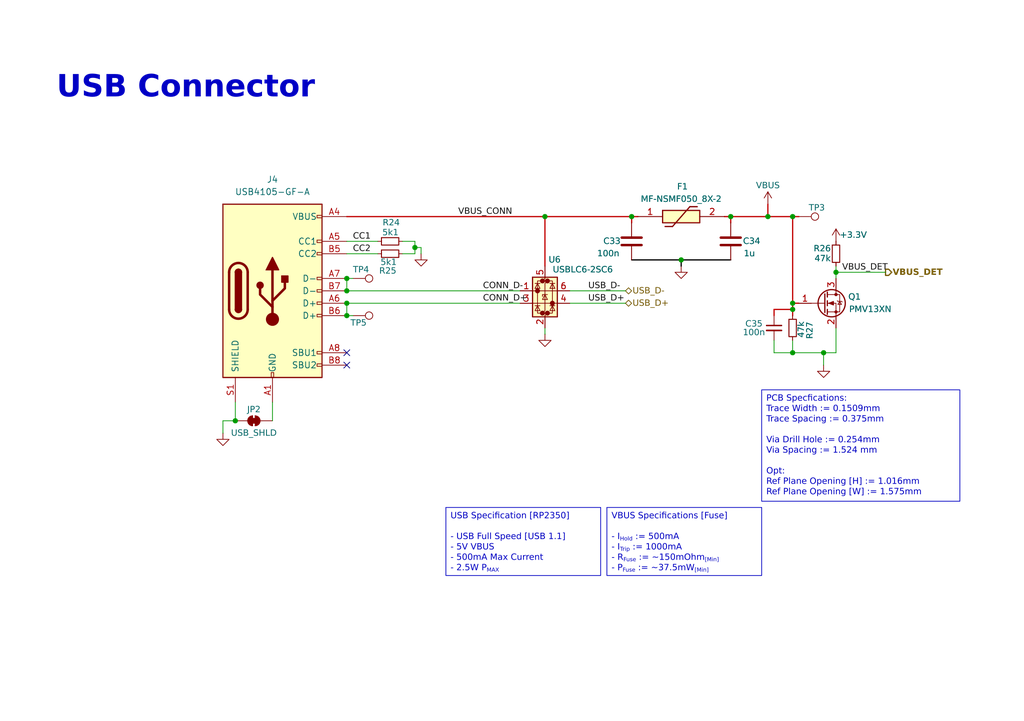
<source format=kicad_sch>
(kicad_sch
	(version 20231120)
	(generator "eeschema")
	(generator_version "8.0")
	(uuid "cb2683c3-be70-48f6-812f-d449266df3da")
	(paper "A5")
	(title_block
		(title "Pico-Stroke [USB Connector]")
		(date "2024-10-09")
		(rev "1")
	)
	(lib_symbols
		(symbol "Connector:TestPoint"
			(pin_numbers hide)
			(pin_names
				(offset 0.762) hide)
			(exclude_from_sim no)
			(in_bom yes)
			(on_board yes)
			(property "Reference" "TP"
				(at 0 6.858 0)
				(effects
					(font
						(size 1.27 1.27)
					)
				)
			)
			(property "Value" "TestPoint"
				(at 0 5.08 0)
				(effects
					(font
						(size 1.27 1.27)
					)
				)
			)
			(property "Footprint" ""
				(at 5.08 0 0)
				(effects
					(font
						(size 1.27 1.27)
					)
					(hide yes)
				)
			)
			(property "Datasheet" "~"
				(at 5.08 0 0)
				(effects
					(font
						(size 1.27 1.27)
					)
					(hide yes)
				)
			)
			(property "Description" "test point"
				(at 0 0 0)
				(effects
					(font
						(size 1.27 1.27)
					)
					(hide yes)
				)
			)
			(property "ki_keywords" "test point tp"
				(at 0 0 0)
				(effects
					(font
						(size 1.27 1.27)
					)
					(hide yes)
				)
			)
			(property "ki_fp_filters" "Pin* Test*"
				(at 0 0 0)
				(effects
					(font
						(size 1.27 1.27)
					)
					(hide yes)
				)
			)
			(symbol "TestPoint_0_1"
				(circle
					(center 0 3.302)
					(radius 0.762)
					(stroke
						(width 0)
						(type default)
					)
					(fill
						(type none)
					)
				)
			)
			(symbol "TestPoint_1_1"
				(pin passive line
					(at 0 0 90)
					(length 2.54)
					(name "1"
						(effects
							(font
								(size 1.27 1.27)
							)
						)
					)
					(number "1"
						(effects
							(font
								(size 1.27 1.27)
							)
						)
					)
				)
			)
		)
		(symbol "Connector:USB_C_Receptacle_USB2.0_16P"
			(pin_names
				(offset 1.016)
			)
			(exclude_from_sim no)
			(in_bom yes)
			(on_board yes)
			(property "Reference" "J"
				(at 0 22.225 0)
				(effects
					(font
						(size 1.27 1.27)
					)
				)
			)
			(property "Value" "USB_C_Receptacle_USB2.0_16P"
				(at 0 19.685 0)
				(effects
					(font
						(size 1.27 1.27)
					)
				)
			)
			(property "Footprint" ""
				(at 3.81 0 0)
				(effects
					(font
						(size 1.27 1.27)
					)
					(hide yes)
				)
			)
			(property "Datasheet" "https://www.usb.org/sites/default/files/documents/usb_type-c.zip"
				(at 3.81 0 0)
				(effects
					(font
						(size 1.27 1.27)
					)
					(hide yes)
				)
			)
			(property "Description" "USB 2.0-only 16P Type-C Receptacle connector"
				(at 0 0 0)
				(effects
					(font
						(size 1.27 1.27)
					)
					(hide yes)
				)
			)
			(property "ki_keywords" "usb universal serial bus type-C USB2.0"
				(at 0 0 0)
				(effects
					(font
						(size 1.27 1.27)
					)
					(hide yes)
				)
			)
			(property "ki_fp_filters" "USB*C*Receptacle*"
				(at 0 0 0)
				(effects
					(font
						(size 1.27 1.27)
					)
					(hide yes)
				)
			)
			(symbol "USB_C_Receptacle_USB2.0_16P_0_0"
				(rectangle
					(start -0.254 -17.78)
					(end 0.254 -16.764)
					(stroke
						(width 0)
						(type default)
					)
					(fill
						(type none)
					)
				)
				(rectangle
					(start 10.16 -14.986)
					(end 9.144 -15.494)
					(stroke
						(width 0)
						(type default)
					)
					(fill
						(type none)
					)
				)
				(rectangle
					(start 10.16 -12.446)
					(end 9.144 -12.954)
					(stroke
						(width 0)
						(type default)
					)
					(fill
						(type none)
					)
				)
				(rectangle
					(start 10.16 -4.826)
					(end 9.144 -5.334)
					(stroke
						(width 0)
						(type default)
					)
					(fill
						(type none)
					)
				)
				(rectangle
					(start 10.16 -2.286)
					(end 9.144 -2.794)
					(stroke
						(width 0)
						(type default)
					)
					(fill
						(type none)
					)
				)
				(rectangle
					(start 10.16 0.254)
					(end 9.144 -0.254)
					(stroke
						(width 0)
						(type default)
					)
					(fill
						(type none)
					)
				)
				(rectangle
					(start 10.16 2.794)
					(end 9.144 2.286)
					(stroke
						(width 0)
						(type default)
					)
					(fill
						(type none)
					)
				)
				(rectangle
					(start 10.16 7.874)
					(end 9.144 7.366)
					(stroke
						(width 0)
						(type default)
					)
					(fill
						(type none)
					)
				)
				(rectangle
					(start 10.16 10.414)
					(end 9.144 9.906)
					(stroke
						(width 0)
						(type default)
					)
					(fill
						(type none)
					)
				)
				(rectangle
					(start 10.16 15.494)
					(end 9.144 14.986)
					(stroke
						(width 0)
						(type default)
					)
					(fill
						(type none)
					)
				)
			)
			(symbol "USB_C_Receptacle_USB2.0_16P_0_1"
				(rectangle
					(start -10.16 17.78)
					(end 10.16 -17.78)
					(stroke
						(width 0.254)
						(type default)
					)
					(fill
						(type background)
					)
				)
				(arc
					(start -8.89 -3.81)
					(mid -6.985 -5.7067)
					(end -5.08 -3.81)
					(stroke
						(width 0.508)
						(type default)
					)
					(fill
						(type none)
					)
				)
				(arc
					(start -7.62 -3.81)
					(mid -6.985 -4.4423)
					(end -6.35 -3.81)
					(stroke
						(width 0.254)
						(type default)
					)
					(fill
						(type none)
					)
				)
				(arc
					(start -7.62 -3.81)
					(mid -6.985 -4.4423)
					(end -6.35 -3.81)
					(stroke
						(width 0.254)
						(type default)
					)
					(fill
						(type outline)
					)
				)
				(rectangle
					(start -7.62 -3.81)
					(end -6.35 3.81)
					(stroke
						(width 0.254)
						(type default)
					)
					(fill
						(type outline)
					)
				)
				(arc
					(start -6.35 3.81)
					(mid -6.985 4.4423)
					(end -7.62 3.81)
					(stroke
						(width 0.254)
						(type default)
					)
					(fill
						(type none)
					)
				)
				(arc
					(start -6.35 3.81)
					(mid -6.985 4.4423)
					(end -7.62 3.81)
					(stroke
						(width 0.254)
						(type default)
					)
					(fill
						(type outline)
					)
				)
				(arc
					(start -5.08 3.81)
					(mid -6.985 5.7067)
					(end -8.89 3.81)
					(stroke
						(width 0.508)
						(type default)
					)
					(fill
						(type none)
					)
				)
				(circle
					(center -2.54 1.143)
					(radius 0.635)
					(stroke
						(width 0.254)
						(type default)
					)
					(fill
						(type outline)
					)
				)
				(circle
					(center 0 -5.842)
					(radius 1.27)
					(stroke
						(width 0)
						(type default)
					)
					(fill
						(type outline)
					)
				)
				(polyline
					(pts
						(xy -8.89 -3.81) (xy -8.89 3.81)
					)
					(stroke
						(width 0.508)
						(type default)
					)
					(fill
						(type none)
					)
				)
				(polyline
					(pts
						(xy -5.08 3.81) (xy -5.08 -3.81)
					)
					(stroke
						(width 0.508)
						(type default)
					)
					(fill
						(type none)
					)
				)
				(polyline
					(pts
						(xy 0 -5.842) (xy 0 4.318)
					)
					(stroke
						(width 0.508)
						(type default)
					)
					(fill
						(type none)
					)
				)
				(polyline
					(pts
						(xy 0 -3.302) (xy -2.54 -0.762) (xy -2.54 0.508)
					)
					(stroke
						(width 0.508)
						(type default)
					)
					(fill
						(type none)
					)
				)
				(polyline
					(pts
						(xy 0 -2.032) (xy 2.54 0.508) (xy 2.54 1.778)
					)
					(stroke
						(width 0.508)
						(type default)
					)
					(fill
						(type none)
					)
				)
				(polyline
					(pts
						(xy -1.27 4.318) (xy 0 6.858) (xy 1.27 4.318) (xy -1.27 4.318)
					)
					(stroke
						(width 0.254)
						(type default)
					)
					(fill
						(type outline)
					)
				)
				(rectangle
					(start 1.905 1.778)
					(end 3.175 3.048)
					(stroke
						(width 0.254)
						(type default)
					)
					(fill
						(type outline)
					)
				)
			)
			(symbol "USB_C_Receptacle_USB2.0_16P_1_1"
				(pin passive line
					(at 0 -22.86 90)
					(length 5.08)
					(name "GND"
						(effects
							(font
								(size 1.27 1.27)
							)
						)
					)
					(number "A1"
						(effects
							(font
								(size 1.27 1.27)
							)
						)
					)
				)
				(pin passive line
					(at 0 -22.86 90)
					(length 5.08) hide
					(name "GND"
						(effects
							(font
								(size 1.27 1.27)
							)
						)
					)
					(number "A12"
						(effects
							(font
								(size 1.27 1.27)
							)
						)
					)
				)
				(pin passive line
					(at 15.24 15.24 180)
					(length 5.08)
					(name "VBUS"
						(effects
							(font
								(size 1.27 1.27)
							)
						)
					)
					(number "A4"
						(effects
							(font
								(size 1.27 1.27)
							)
						)
					)
				)
				(pin bidirectional line
					(at 15.24 10.16 180)
					(length 5.08)
					(name "CC1"
						(effects
							(font
								(size 1.27 1.27)
							)
						)
					)
					(number "A5"
						(effects
							(font
								(size 1.27 1.27)
							)
						)
					)
				)
				(pin bidirectional line
					(at 15.24 -2.54 180)
					(length 5.08)
					(name "D+"
						(effects
							(font
								(size 1.27 1.27)
							)
						)
					)
					(number "A6"
						(effects
							(font
								(size 1.27 1.27)
							)
						)
					)
				)
				(pin bidirectional line
					(at 15.24 2.54 180)
					(length 5.08)
					(name "D-"
						(effects
							(font
								(size 1.27 1.27)
							)
						)
					)
					(number "A7"
						(effects
							(font
								(size 1.27 1.27)
							)
						)
					)
				)
				(pin bidirectional line
					(at 15.24 -12.7 180)
					(length 5.08)
					(name "SBU1"
						(effects
							(font
								(size 1.27 1.27)
							)
						)
					)
					(number "A8"
						(effects
							(font
								(size 1.27 1.27)
							)
						)
					)
				)
				(pin passive line
					(at 15.24 15.24 180)
					(length 5.08) hide
					(name "VBUS"
						(effects
							(font
								(size 1.27 1.27)
							)
						)
					)
					(number "A9"
						(effects
							(font
								(size 1.27 1.27)
							)
						)
					)
				)
				(pin passive line
					(at 0 -22.86 90)
					(length 5.08) hide
					(name "GND"
						(effects
							(font
								(size 1.27 1.27)
							)
						)
					)
					(number "B1"
						(effects
							(font
								(size 1.27 1.27)
							)
						)
					)
				)
				(pin passive line
					(at 0 -22.86 90)
					(length 5.08) hide
					(name "GND"
						(effects
							(font
								(size 1.27 1.27)
							)
						)
					)
					(number "B12"
						(effects
							(font
								(size 1.27 1.27)
							)
						)
					)
				)
				(pin passive line
					(at 15.24 15.24 180)
					(length 5.08) hide
					(name "VBUS"
						(effects
							(font
								(size 1.27 1.27)
							)
						)
					)
					(number "B4"
						(effects
							(font
								(size 1.27 1.27)
							)
						)
					)
				)
				(pin bidirectional line
					(at 15.24 7.62 180)
					(length 5.08)
					(name "CC2"
						(effects
							(font
								(size 1.27 1.27)
							)
						)
					)
					(number "B5"
						(effects
							(font
								(size 1.27 1.27)
							)
						)
					)
				)
				(pin bidirectional line
					(at 15.24 -5.08 180)
					(length 5.08)
					(name "D+"
						(effects
							(font
								(size 1.27 1.27)
							)
						)
					)
					(number "B6"
						(effects
							(font
								(size 1.27 1.27)
							)
						)
					)
				)
				(pin bidirectional line
					(at 15.24 0 180)
					(length 5.08)
					(name "D-"
						(effects
							(font
								(size 1.27 1.27)
							)
						)
					)
					(number "B7"
						(effects
							(font
								(size 1.27 1.27)
							)
						)
					)
				)
				(pin bidirectional line
					(at 15.24 -15.24 180)
					(length 5.08)
					(name "SBU2"
						(effects
							(font
								(size 1.27 1.27)
							)
						)
					)
					(number "B8"
						(effects
							(font
								(size 1.27 1.27)
							)
						)
					)
				)
				(pin passive line
					(at 15.24 15.24 180)
					(length 5.08) hide
					(name "VBUS"
						(effects
							(font
								(size 1.27 1.27)
							)
						)
					)
					(number "B9"
						(effects
							(font
								(size 1.27 1.27)
							)
						)
					)
				)
				(pin passive line
					(at -7.62 -22.86 90)
					(length 5.08)
					(name "SHIELD"
						(effects
							(font
								(size 1.27 1.27)
							)
						)
					)
					(number "S1"
						(effects
							(font
								(size 1.27 1.27)
							)
						)
					)
				)
			)
		)
		(symbol "Device:C"
			(pin_numbers hide)
			(pin_names
				(offset 0.254)
			)
			(exclude_from_sim no)
			(in_bom yes)
			(on_board yes)
			(property "Reference" "C"
				(at 0.635 2.54 0)
				(effects
					(font
						(size 1.27 1.27)
					)
					(justify left)
				)
			)
			(property "Value" "C"
				(at 0.635 -2.54 0)
				(effects
					(font
						(size 1.27 1.27)
					)
					(justify left)
				)
			)
			(property "Footprint" ""
				(at 0.9652 -3.81 0)
				(effects
					(font
						(size 1.27 1.27)
					)
					(hide yes)
				)
			)
			(property "Datasheet" "~"
				(at 0 0 0)
				(effects
					(font
						(size 1.27 1.27)
					)
					(hide yes)
				)
			)
			(property "Description" "Unpolarized capacitor"
				(at 0 0 0)
				(effects
					(font
						(size 1.27 1.27)
					)
					(hide yes)
				)
			)
			(property "ki_keywords" "cap capacitor"
				(at 0 0 0)
				(effects
					(font
						(size 1.27 1.27)
					)
					(hide yes)
				)
			)
			(property "ki_fp_filters" "C_*"
				(at 0 0 0)
				(effects
					(font
						(size 1.27 1.27)
					)
					(hide yes)
				)
			)
			(symbol "C_0_1"
				(polyline
					(pts
						(xy -2.032 -0.762) (xy 2.032 -0.762)
					)
					(stroke
						(width 0.508)
						(type default)
					)
					(fill
						(type none)
					)
				)
				(polyline
					(pts
						(xy -2.032 0.762) (xy 2.032 0.762)
					)
					(stroke
						(width 0.508)
						(type default)
					)
					(fill
						(type none)
					)
				)
			)
			(symbol "C_1_1"
				(pin passive line
					(at 0 3.81 270)
					(length 2.794)
					(name "~"
						(effects
							(font
								(size 1.27 1.27)
							)
						)
					)
					(number "1"
						(effects
							(font
								(size 1.27 1.27)
							)
						)
					)
				)
				(pin passive line
					(at 0 -3.81 90)
					(length 2.794)
					(name "~"
						(effects
							(font
								(size 1.27 1.27)
							)
						)
					)
					(number "2"
						(effects
							(font
								(size 1.27 1.27)
							)
						)
					)
				)
			)
		)
		(symbol "Device:C_Small"
			(pin_numbers hide)
			(pin_names
				(offset 0.254) hide)
			(exclude_from_sim no)
			(in_bom yes)
			(on_board yes)
			(property "Reference" "C"
				(at 0.254 1.778 0)
				(effects
					(font
						(size 1.27 1.27)
					)
					(justify left)
				)
			)
			(property "Value" "C_Small"
				(at 0.254 -2.032 0)
				(effects
					(font
						(size 1.27 1.27)
					)
					(justify left)
				)
			)
			(property "Footprint" ""
				(at 0 0 0)
				(effects
					(font
						(size 1.27 1.27)
					)
					(hide yes)
				)
			)
			(property "Datasheet" "~"
				(at 0 0 0)
				(effects
					(font
						(size 1.27 1.27)
					)
					(hide yes)
				)
			)
			(property "Description" "Unpolarized capacitor, small symbol"
				(at 0 0 0)
				(effects
					(font
						(size 1.27 1.27)
					)
					(hide yes)
				)
			)
			(property "ki_keywords" "capacitor cap"
				(at 0 0 0)
				(effects
					(font
						(size 1.27 1.27)
					)
					(hide yes)
				)
			)
			(property "ki_fp_filters" "C_*"
				(at 0 0 0)
				(effects
					(font
						(size 1.27 1.27)
					)
					(hide yes)
				)
			)
			(symbol "C_Small_0_1"
				(polyline
					(pts
						(xy -1.524 -0.508) (xy 1.524 -0.508)
					)
					(stroke
						(width 0.3302)
						(type default)
					)
					(fill
						(type none)
					)
				)
				(polyline
					(pts
						(xy -1.524 0.508) (xy 1.524 0.508)
					)
					(stroke
						(width 0.3048)
						(type default)
					)
					(fill
						(type none)
					)
				)
			)
			(symbol "C_Small_1_1"
				(pin passive line
					(at 0 2.54 270)
					(length 2.032)
					(name "~"
						(effects
							(font
								(size 1.27 1.27)
							)
						)
					)
					(number "1"
						(effects
							(font
								(size 1.27 1.27)
							)
						)
					)
				)
				(pin passive line
					(at 0 -2.54 90)
					(length 2.032)
					(name "~"
						(effects
							(font
								(size 1.27 1.27)
							)
						)
					)
					(number "2"
						(effects
							(font
								(size 1.27 1.27)
							)
						)
					)
				)
			)
		)
		(symbol "Device:R_Small"
			(pin_numbers hide)
			(pin_names
				(offset 0.254) hide)
			(exclude_from_sim no)
			(in_bom yes)
			(on_board yes)
			(property "Reference" "R"
				(at 0.762 0.508 0)
				(effects
					(font
						(size 1.27 1.27)
					)
					(justify left)
				)
			)
			(property "Value" "R_Small"
				(at 0.762 -1.016 0)
				(effects
					(font
						(size 1.27 1.27)
					)
					(justify left)
				)
			)
			(property "Footprint" ""
				(at 0 0 0)
				(effects
					(font
						(size 1.27 1.27)
					)
					(hide yes)
				)
			)
			(property "Datasheet" "~"
				(at 0 0 0)
				(effects
					(font
						(size 1.27 1.27)
					)
					(hide yes)
				)
			)
			(property "Description" "Resistor, small symbol"
				(at 0 0 0)
				(effects
					(font
						(size 1.27 1.27)
					)
					(hide yes)
				)
			)
			(property "ki_keywords" "R resistor"
				(at 0 0 0)
				(effects
					(font
						(size 1.27 1.27)
					)
					(hide yes)
				)
			)
			(property "ki_fp_filters" "R_*"
				(at 0 0 0)
				(effects
					(font
						(size 1.27 1.27)
					)
					(hide yes)
				)
			)
			(symbol "R_Small_0_1"
				(rectangle
					(start -0.762 1.778)
					(end 0.762 -1.778)
					(stroke
						(width 0.2032)
						(type default)
					)
					(fill
						(type none)
					)
				)
			)
			(symbol "R_Small_1_1"
				(pin passive line
					(at 0 2.54 270)
					(length 0.762)
					(name "~"
						(effects
							(font
								(size 1.27 1.27)
							)
						)
					)
					(number "1"
						(effects
							(font
								(size 1.27 1.27)
							)
						)
					)
				)
				(pin passive line
					(at 0 -2.54 90)
					(length 0.762)
					(name "~"
						(effects
							(font
								(size 1.27 1.27)
							)
						)
					)
					(number "2"
						(effects
							(font
								(size 1.27 1.27)
							)
						)
					)
				)
			)
		)
		(symbol "Jumper:SolderJumper_2_Bridged"
			(pin_numbers hide)
			(pin_names
				(offset 0) hide)
			(exclude_from_sim yes)
			(in_bom no)
			(on_board yes)
			(property "Reference" "JP"
				(at 0 2.032 0)
				(effects
					(font
						(size 1.27 1.27)
					)
				)
			)
			(property "Value" "SolderJumper_2_Bridged"
				(at 0 -2.54 0)
				(effects
					(font
						(size 1.27 1.27)
					)
				)
			)
			(property "Footprint" ""
				(at 0 0 0)
				(effects
					(font
						(size 1.27 1.27)
					)
					(hide yes)
				)
			)
			(property "Datasheet" "~"
				(at 0 0 0)
				(effects
					(font
						(size 1.27 1.27)
					)
					(hide yes)
				)
			)
			(property "Description" "Solder Jumper, 2-pole, closed/bridged"
				(at 0 0 0)
				(effects
					(font
						(size 1.27 1.27)
					)
					(hide yes)
				)
			)
			(property "ki_keywords" "solder jumper SPST"
				(at 0 0 0)
				(effects
					(font
						(size 1.27 1.27)
					)
					(hide yes)
				)
			)
			(property "ki_fp_filters" "SolderJumper*Bridged*"
				(at 0 0 0)
				(effects
					(font
						(size 1.27 1.27)
					)
					(hide yes)
				)
			)
			(symbol "SolderJumper_2_Bridged_0_1"
				(rectangle
					(start -0.508 0.508)
					(end 0.508 -0.508)
					(stroke
						(width 0)
						(type default)
					)
					(fill
						(type outline)
					)
				)
				(arc
					(start -0.254 1.016)
					(mid -1.2656 0)
					(end -0.254 -1.016)
					(stroke
						(width 0)
						(type default)
					)
					(fill
						(type none)
					)
				)
				(arc
					(start -0.254 1.016)
					(mid -1.2656 0)
					(end -0.254 -1.016)
					(stroke
						(width 0)
						(type default)
					)
					(fill
						(type outline)
					)
				)
				(polyline
					(pts
						(xy -0.254 1.016) (xy -0.254 -1.016)
					)
					(stroke
						(width 0)
						(type default)
					)
					(fill
						(type none)
					)
				)
				(polyline
					(pts
						(xy 0.254 1.016) (xy 0.254 -1.016)
					)
					(stroke
						(width 0)
						(type default)
					)
					(fill
						(type none)
					)
				)
				(arc
					(start 0.254 -1.016)
					(mid 1.2656 0)
					(end 0.254 1.016)
					(stroke
						(width 0)
						(type default)
					)
					(fill
						(type none)
					)
				)
				(arc
					(start 0.254 -1.016)
					(mid 1.2656 0)
					(end 0.254 1.016)
					(stroke
						(width 0)
						(type default)
					)
					(fill
						(type outline)
					)
				)
			)
			(symbol "SolderJumper_2_Bridged_1_1"
				(pin passive line
					(at -3.81 0 0)
					(length 2.54)
					(name "A"
						(effects
							(font
								(size 1.27 1.27)
							)
						)
					)
					(number "1"
						(effects
							(font
								(size 1.27 1.27)
							)
						)
					)
				)
				(pin passive line
					(at 3.81 0 180)
					(length 2.54)
					(name "B"
						(effects
							(font
								(size 1.27 1.27)
							)
						)
					)
					(number "2"
						(effects
							(font
								(size 1.27 1.27)
							)
						)
					)
				)
			)
		)
		(symbol "MF-NSMF050_8X-2:MF-NSMF050_8X-2"
			(pin_names hide)
			(exclude_from_sim no)
			(in_bom yes)
			(on_board yes)
			(property "Reference" "F"
				(at 13.97 6.35 0)
				(effects
					(font
						(size 1.27 1.27)
					)
					(justify left top)
				)
			)
			(property "Value" "MF-NSMF050_8X-2"
				(at 13.97 3.81 0)
				(effects
					(font
						(size 1.27 1.27)
					)
					(justify left top)
				)
			)
			(property "Footprint" "MFNSMF0508X2"
				(at 13.97 -96.19 0)
				(effects
					(font
						(size 1.27 1.27)
					)
					(justify left top)
					(hide yes)
				)
			)
			(property "Datasheet" "https://www.bourns.com/docs/product-datasheets/mf-nsmf.pdf"
				(at 13.97 -196.19 0)
				(effects
					(font
						(size 1.27 1.27)
					)
					(justify left top)
					(hide yes)
				)
			)
			(property "Description" "Polymeric PTC Resettable Fuse 15V 500 mA Ih Surface Mount 1812 (4532 Metric), Concave"
				(at 0 0 0)
				(effects
					(font
						(size 1.27 1.27)
					)
					(hide yes)
				)
			)
			(property "Height" "0.85"
				(at 13.97 -396.19 0)
				(effects
					(font
						(size 1.27 1.27)
					)
					(justify left top)
					(hide yes)
				)
			)
			(property "Manufacturer_Name" "Bourns"
				(at 13.97 -496.19 0)
				(effects
					(font
						(size 1.27 1.27)
					)
					(justify left top)
					(hide yes)
				)
			)
			(property "Manufacturer_Part_Number" "MF-NSMF050/8X-2"
				(at 13.97 -596.19 0)
				(effects
					(font
						(size 1.27 1.27)
					)
					(justify left top)
					(hide yes)
				)
			)
			(property "Mouser Part Number" "652-MF-NSMF050/8X-2"
				(at 13.97 -696.19 0)
				(effects
					(font
						(size 1.27 1.27)
					)
					(justify left top)
					(hide yes)
				)
			)
			(property "Mouser Price/Stock" "https://www.mouser.co.uk/ProductDetail/Bourns/MF-NSMF050-8X-2?qs=Z%252BL2brAPG1L21dcJeaiVag%3D%3D"
				(at 13.97 -796.19 0)
				(effects
					(font
						(size 1.27 1.27)
					)
					(justify left top)
					(hide yes)
				)
			)
			(property "Arrow Part Number" ""
				(at 13.97 -896.19 0)
				(effects
					(font
						(size 1.27 1.27)
					)
					(justify left top)
					(hide yes)
				)
			)
			(property "Arrow Price/Stock" ""
				(at 13.97 -996.19 0)
				(effects
					(font
						(size 1.27 1.27)
					)
					(justify left top)
					(hide yes)
				)
			)
			(symbol "MF-NSMF050_8X-2_1_1"
				(polyline
					(pts
						(xy 5.588 -2.032) (xy 7.112 -2.032)
					)
					(stroke
						(width 0.254)
						(type default)
					)
					(fill
						(type none)
					)
				)
				(polyline
					(pts
						(xy 10.668 2.032) (xy 7.112 -2.032)
					)
					(stroke
						(width 0.254)
						(type default)
					)
					(fill
						(type none)
					)
				)
				(polyline
					(pts
						(xy 10.668 2.032) (xy 12.192 2.032)
					)
					(stroke
						(width 0.254)
						(type default)
					)
					(fill
						(type none)
					)
				)
				(rectangle
					(start 5.08 1.27)
					(end 12.7 -1.27)
					(stroke
						(width 0.254)
						(type default)
					)
					(fill
						(type background)
					)
				)
				(pin passive line
					(at 0 0 0)
					(length 5.08)
					(name "1"
						(effects
							(font
								(size 1.27 1.27)
							)
						)
					)
					(number "1"
						(effects
							(font
								(size 1.27 1.27)
							)
						)
					)
				)
				(pin passive line
					(at 17.78 0 180)
					(length 5.08)
					(name "2"
						(effects
							(font
								(size 1.27 1.27)
							)
						)
					)
					(number "2"
						(effects
							(font
								(size 1.27 1.27)
							)
						)
					)
				)
			)
		)
		(symbol "Power_Protection:USBLC6-2SC6"
			(pin_names hide)
			(exclude_from_sim no)
			(in_bom yes)
			(on_board yes)
			(property "Reference" "U"
				(at 0.635 5.715 0)
				(effects
					(font
						(size 1.27 1.27)
					)
					(justify left)
				)
			)
			(property "Value" "USBLC6-2SC6"
				(at 0.635 3.81 0)
				(effects
					(font
						(size 1.27 1.27)
					)
					(justify left)
				)
			)
			(property "Footprint" "Package_TO_SOT_SMD:SOT-23-6"
				(at 1.27 -6.35 0)
				(effects
					(font
						(size 1.27 1.27)
						(italic yes)
					)
					(justify left)
					(hide yes)
				)
			)
			(property "Datasheet" "https://www.st.com/resource/en/datasheet/usblc6-2.pdf"
				(at 1.27 -8.255 0)
				(effects
					(font
						(size 1.27 1.27)
					)
					(justify left)
					(hide yes)
				)
			)
			(property "Description" "Very low capacitance ESD protection diode, 2 data-line, SOT-23-6"
				(at 0 0 0)
				(effects
					(font
						(size 1.27 1.27)
					)
					(hide yes)
				)
			)
			(property "ki_keywords" "usb ethernet video"
				(at 0 0 0)
				(effects
					(font
						(size 1.27 1.27)
					)
					(hide yes)
				)
			)
			(property "ki_fp_filters" "SOT?23*"
				(at 0 0 0)
				(effects
					(font
						(size 1.27 1.27)
					)
					(hide yes)
				)
			)
			(symbol "USBLC6-2SC6_0_0"
				(circle
					(center -1.524 0)
					(radius 0.0001)
					(stroke
						(width 0.508)
						(type default)
					)
					(fill
						(type none)
					)
				)
				(circle
					(center -0.508 -4.572)
					(radius 0.0001)
					(stroke
						(width 0.508)
						(type default)
					)
					(fill
						(type none)
					)
				)
				(circle
					(center -0.508 2.032)
					(radius 0.0001)
					(stroke
						(width 0.508)
						(type default)
					)
					(fill
						(type none)
					)
				)
				(circle
					(center 0.508 -4.572)
					(radius 0.0001)
					(stroke
						(width 0.508)
						(type default)
					)
					(fill
						(type none)
					)
				)
				(circle
					(center 0.508 2.032)
					(radius 0.0001)
					(stroke
						(width 0.508)
						(type default)
					)
					(fill
						(type none)
					)
				)
				(circle
					(center 1.524 -2.54)
					(radius 0.0001)
					(stroke
						(width 0.508)
						(type default)
					)
					(fill
						(type none)
					)
				)
			)
			(symbol "USBLC6-2SC6_0_1"
				(polyline
					(pts
						(xy -2.54 -2.54) (xy 2.54 -2.54)
					)
					(stroke
						(width 0)
						(type default)
					)
					(fill
						(type none)
					)
				)
				(polyline
					(pts
						(xy -2.54 0) (xy 2.54 0)
					)
					(stroke
						(width 0)
						(type default)
					)
					(fill
						(type none)
					)
				)
				(polyline
					(pts
						(xy -2.032 -3.048) (xy -1.016 -3.048)
					)
					(stroke
						(width 0)
						(type default)
					)
					(fill
						(type none)
					)
				)
				(polyline
					(pts
						(xy -1.016 1.524) (xy -2.032 1.524)
					)
					(stroke
						(width 0)
						(type default)
					)
					(fill
						(type none)
					)
				)
				(polyline
					(pts
						(xy 1.016 -3.048) (xy 2.032 -3.048)
					)
					(stroke
						(width 0)
						(type default)
					)
					(fill
						(type none)
					)
				)
				(polyline
					(pts
						(xy 1.016 1.524) (xy 2.032 1.524)
					)
					(stroke
						(width 0)
						(type default)
					)
					(fill
						(type none)
					)
				)
				(polyline
					(pts
						(xy -0.508 -1.143) (xy -0.508 -0.762) (xy 0.508 -0.762)
					)
					(stroke
						(width 0)
						(type default)
					)
					(fill
						(type none)
					)
				)
				(polyline
					(pts
						(xy -2.032 0.508) (xy -1.016 0.508) (xy -1.524 1.524) (xy -2.032 0.508)
					)
					(stroke
						(width 0)
						(type default)
					)
					(fill
						(type none)
					)
				)
				(polyline
					(pts
						(xy -1.016 -4.064) (xy -2.032 -4.064) (xy -1.524 -3.048) (xy -1.016 -4.064)
					)
					(stroke
						(width 0)
						(type default)
					)
					(fill
						(type none)
					)
				)
				(polyline
					(pts
						(xy 0.508 -1.778) (xy -0.508 -1.778) (xy 0 -0.762) (xy 0.508 -1.778)
					)
					(stroke
						(width 0)
						(type default)
					)
					(fill
						(type none)
					)
				)
				(polyline
					(pts
						(xy 2.032 -4.064) (xy 1.016 -4.064) (xy 1.524 -3.048) (xy 2.032 -4.064)
					)
					(stroke
						(width 0)
						(type default)
					)
					(fill
						(type none)
					)
				)
				(polyline
					(pts
						(xy 2.032 0.508) (xy 1.016 0.508) (xy 1.524 1.524) (xy 2.032 0.508)
					)
					(stroke
						(width 0)
						(type default)
					)
					(fill
						(type none)
					)
				)
				(polyline
					(pts
						(xy 0 2.54) (xy -0.508 2.032) (xy 0.508 2.032) (xy 0 1.524) (xy 0 -4.064) (xy -0.508 -4.572) (xy 0.508 -4.572)
						(xy 0 -5.08)
					)
					(stroke
						(width 0)
						(type default)
					)
					(fill
						(type none)
					)
				)
			)
			(symbol "USBLC6-2SC6_1_1"
				(rectangle
					(start -2.54 2.794)
					(end 2.54 -5.334)
					(stroke
						(width 0.254)
						(type default)
					)
					(fill
						(type background)
					)
				)
				(polyline
					(pts
						(xy -0.508 2.032) (xy -1.524 2.032) (xy -1.524 -4.572) (xy -0.508 -4.572)
					)
					(stroke
						(width 0)
						(type default)
					)
					(fill
						(type none)
					)
				)
				(polyline
					(pts
						(xy 0.508 -4.572) (xy 1.524 -4.572) (xy 1.524 2.032) (xy 0.508 2.032)
					)
					(stroke
						(width 0)
						(type default)
					)
					(fill
						(type none)
					)
				)
				(pin passive line
					(at -5.08 0 0)
					(length 2.54)
					(name "I/O1"
						(effects
							(font
								(size 1.27 1.27)
							)
						)
					)
					(number "1"
						(effects
							(font
								(size 1.27 1.27)
							)
						)
					)
				)
				(pin passive line
					(at 0 -7.62 90)
					(length 2.54)
					(name "GND"
						(effects
							(font
								(size 1.27 1.27)
							)
						)
					)
					(number "2"
						(effects
							(font
								(size 1.27 1.27)
							)
						)
					)
				)
				(pin passive line
					(at -5.08 -2.54 0)
					(length 2.54)
					(name "I/O2"
						(effects
							(font
								(size 1.27 1.27)
							)
						)
					)
					(number "3"
						(effects
							(font
								(size 1.27 1.27)
							)
						)
					)
				)
				(pin passive line
					(at 5.08 -2.54 180)
					(length 2.54)
					(name "I/O2"
						(effects
							(font
								(size 1.27 1.27)
							)
						)
					)
					(number "4"
						(effects
							(font
								(size 1.27 1.27)
							)
						)
					)
				)
				(pin passive line
					(at 0 5.08 270)
					(length 2.54)
					(name "VBUS"
						(effects
							(font
								(size 1.27 1.27)
							)
						)
					)
					(number "5"
						(effects
							(font
								(size 1.27 1.27)
							)
						)
					)
				)
				(pin passive line
					(at 5.08 0 180)
					(length 2.54)
					(name "I/O1"
						(effects
							(font
								(size 1.27 1.27)
							)
						)
					)
					(number "6"
						(effects
							(font
								(size 1.27 1.27)
							)
						)
					)
				)
			)
		)
		(symbol "Transistor_FET:VN10LF"
			(pin_names hide)
			(exclude_from_sim no)
			(in_bom yes)
			(on_board yes)
			(property "Reference" "Q"
				(at 5.08 1.905 0)
				(effects
					(font
						(size 1.27 1.27)
					)
					(justify left)
				)
			)
			(property "Value" "VN10LF"
				(at 5.08 0 0)
				(effects
					(font
						(size 1.27 1.27)
					)
					(justify left)
				)
			)
			(property "Footprint" "Package_TO_SOT_SMD:SOT-23"
				(at 5.08 -1.905 0)
				(effects
					(font
						(size 1.27 1.27)
						(italic yes)
					)
					(justify left)
					(hide yes)
				)
			)
			(property "Datasheet" "http://www.diodes.com/assets/Datasheets/VN10LF.pdf"
				(at 5.08 -3.81 0)
				(effects
					(font
						(size 1.27 1.27)
					)
					(justify left)
					(hide yes)
				)
			)
			(property "Description" "0.15A Id, 60V Vds, N-Channel MOSFET, SOT-23"
				(at 0 0 0)
				(effects
					(font
						(size 1.27 1.27)
					)
					(hide yes)
				)
			)
			(property "ki_keywords" "N-Channel MOSFET"
				(at 0 0 0)
				(effects
					(font
						(size 1.27 1.27)
					)
					(hide yes)
				)
			)
			(property "ki_fp_filters" "SOT?23*"
				(at 0 0 0)
				(effects
					(font
						(size 1.27 1.27)
					)
					(hide yes)
				)
			)
			(symbol "VN10LF_0_1"
				(polyline
					(pts
						(xy 0.254 0) (xy -2.54 0)
					)
					(stroke
						(width 0)
						(type default)
					)
					(fill
						(type none)
					)
				)
				(polyline
					(pts
						(xy 0.254 1.905) (xy 0.254 -1.905)
					)
					(stroke
						(width 0.254)
						(type default)
					)
					(fill
						(type none)
					)
				)
				(polyline
					(pts
						(xy 0.762 -1.27) (xy 0.762 -2.286)
					)
					(stroke
						(width 0.254)
						(type default)
					)
					(fill
						(type none)
					)
				)
				(polyline
					(pts
						(xy 0.762 0.508) (xy 0.762 -0.508)
					)
					(stroke
						(width 0.254)
						(type default)
					)
					(fill
						(type none)
					)
				)
				(polyline
					(pts
						(xy 0.762 2.286) (xy 0.762 1.27)
					)
					(stroke
						(width 0.254)
						(type default)
					)
					(fill
						(type none)
					)
				)
				(polyline
					(pts
						(xy 2.54 2.54) (xy 2.54 1.778)
					)
					(stroke
						(width 0)
						(type default)
					)
					(fill
						(type none)
					)
				)
				(polyline
					(pts
						(xy 2.54 -2.54) (xy 2.54 0) (xy 0.762 0)
					)
					(stroke
						(width 0)
						(type default)
					)
					(fill
						(type none)
					)
				)
				(polyline
					(pts
						(xy 0.762 -1.778) (xy 3.302 -1.778) (xy 3.302 1.778) (xy 0.762 1.778)
					)
					(stroke
						(width 0)
						(type default)
					)
					(fill
						(type none)
					)
				)
				(polyline
					(pts
						(xy 1.016 0) (xy 2.032 0.381) (xy 2.032 -0.381) (xy 1.016 0)
					)
					(stroke
						(width 0)
						(type default)
					)
					(fill
						(type outline)
					)
				)
				(polyline
					(pts
						(xy 2.794 0.508) (xy 2.921 0.381) (xy 3.683 0.381) (xy 3.81 0.254)
					)
					(stroke
						(width 0)
						(type default)
					)
					(fill
						(type none)
					)
				)
				(polyline
					(pts
						(xy 3.302 0.381) (xy 2.921 -0.254) (xy 3.683 -0.254) (xy 3.302 0.381)
					)
					(stroke
						(width 0)
						(type default)
					)
					(fill
						(type none)
					)
				)
				(circle
					(center 1.651 0)
					(radius 2.794)
					(stroke
						(width 0.254)
						(type default)
					)
					(fill
						(type none)
					)
				)
				(circle
					(center 2.54 -1.778)
					(radius 0.254)
					(stroke
						(width 0)
						(type default)
					)
					(fill
						(type outline)
					)
				)
				(circle
					(center 2.54 1.778)
					(radius 0.254)
					(stroke
						(width 0)
						(type default)
					)
					(fill
						(type outline)
					)
				)
			)
			(symbol "VN10LF_1_1"
				(pin input line
					(at -5.08 0 0)
					(length 2.54)
					(name "G"
						(effects
							(font
								(size 1.27 1.27)
							)
						)
					)
					(number "1"
						(effects
							(font
								(size 1.27 1.27)
							)
						)
					)
				)
				(pin passive line
					(at 2.54 -5.08 90)
					(length 2.54)
					(name "S"
						(effects
							(font
								(size 1.27 1.27)
							)
						)
					)
					(number "2"
						(effects
							(font
								(size 1.27 1.27)
							)
						)
					)
				)
				(pin passive line
					(at 2.54 5.08 270)
					(length 2.54)
					(name "D"
						(effects
							(font
								(size 1.27 1.27)
							)
						)
					)
					(number "3"
						(effects
							(font
								(size 1.27 1.27)
							)
						)
					)
				)
			)
		)
		(symbol "power:+3.3V"
			(power)
			(pin_numbers hide)
			(pin_names
				(offset 0) hide)
			(exclude_from_sim no)
			(in_bom yes)
			(on_board yes)
			(property "Reference" "#PWR"
				(at 0 -3.81 0)
				(effects
					(font
						(size 1.27 1.27)
					)
					(hide yes)
				)
			)
			(property "Value" "+3.3V"
				(at 0 3.556 0)
				(effects
					(font
						(size 1.27 1.27)
					)
				)
			)
			(property "Footprint" ""
				(at 0 0 0)
				(effects
					(font
						(size 1.27 1.27)
					)
					(hide yes)
				)
			)
			(property "Datasheet" ""
				(at 0 0 0)
				(effects
					(font
						(size 1.27 1.27)
					)
					(hide yes)
				)
			)
			(property "Description" "Power symbol creates a global label with name \"+3.3V\""
				(at 0 0 0)
				(effects
					(font
						(size 1.27 1.27)
					)
					(hide yes)
				)
			)
			(property "ki_keywords" "global power"
				(at 0 0 0)
				(effects
					(font
						(size 1.27 1.27)
					)
					(hide yes)
				)
			)
			(symbol "+3.3V_0_1"
				(polyline
					(pts
						(xy -0.762 1.27) (xy 0 2.54)
					)
					(stroke
						(width 0)
						(type default)
					)
					(fill
						(type none)
					)
				)
				(polyline
					(pts
						(xy 0 0) (xy 0 2.54)
					)
					(stroke
						(width 0)
						(type default)
					)
					(fill
						(type none)
					)
				)
				(polyline
					(pts
						(xy 0 2.54) (xy 0.762 1.27)
					)
					(stroke
						(width 0)
						(type default)
					)
					(fill
						(type none)
					)
				)
			)
			(symbol "+3.3V_1_1"
				(pin power_in line
					(at 0 0 90)
					(length 0)
					(name "~"
						(effects
							(font
								(size 1.27 1.27)
							)
						)
					)
					(number "1"
						(effects
							(font
								(size 1.27 1.27)
							)
						)
					)
				)
			)
		)
		(symbol "power:GND"
			(power)
			(pin_numbers hide)
			(pin_names
				(offset 0) hide)
			(exclude_from_sim no)
			(in_bom yes)
			(on_board yes)
			(property "Reference" "#PWR"
				(at 0 -6.35 0)
				(effects
					(font
						(size 1.27 1.27)
					)
					(hide yes)
				)
			)
			(property "Value" "GND"
				(at 0 -3.81 0)
				(effects
					(font
						(size 1.27 1.27)
					)
				)
			)
			(property "Footprint" ""
				(at 0 0 0)
				(effects
					(font
						(size 1.27 1.27)
					)
					(hide yes)
				)
			)
			(property "Datasheet" ""
				(at 0 0 0)
				(effects
					(font
						(size 1.27 1.27)
					)
					(hide yes)
				)
			)
			(property "Description" "Power symbol creates a global label with name \"GND\" , ground"
				(at 0 0 0)
				(effects
					(font
						(size 1.27 1.27)
					)
					(hide yes)
				)
			)
			(property "ki_keywords" "global power"
				(at 0 0 0)
				(effects
					(font
						(size 1.27 1.27)
					)
					(hide yes)
				)
			)
			(symbol "GND_0_1"
				(polyline
					(pts
						(xy 0 0) (xy 0 -1.27) (xy 1.27 -1.27) (xy 0 -2.54) (xy -1.27 -1.27) (xy 0 -1.27)
					)
					(stroke
						(width 0)
						(type default)
					)
					(fill
						(type none)
					)
				)
			)
			(symbol "GND_1_1"
				(pin power_in line
					(at 0 0 270)
					(length 0)
					(name "~"
						(effects
							(font
								(size 1.27 1.27)
							)
						)
					)
					(number "1"
						(effects
							(font
								(size 1.27 1.27)
							)
						)
					)
				)
			)
		)
		(symbol "power:VBUS"
			(power)
			(pin_numbers hide)
			(pin_names
				(offset 0) hide)
			(exclude_from_sim no)
			(in_bom yes)
			(on_board yes)
			(property "Reference" "#PWR"
				(at 0 -3.81 0)
				(effects
					(font
						(size 1.27 1.27)
					)
					(hide yes)
				)
			)
			(property "Value" "VBUS"
				(at 0 3.556 0)
				(effects
					(font
						(size 1.27 1.27)
					)
				)
			)
			(property "Footprint" ""
				(at 0 0 0)
				(effects
					(font
						(size 1.27 1.27)
					)
					(hide yes)
				)
			)
			(property "Datasheet" ""
				(at 0 0 0)
				(effects
					(font
						(size 1.27 1.27)
					)
					(hide yes)
				)
			)
			(property "Description" "Power symbol creates a global label with name \"VBUS\""
				(at 0 0 0)
				(effects
					(font
						(size 1.27 1.27)
					)
					(hide yes)
				)
			)
			(property "ki_keywords" "global power"
				(at 0 0 0)
				(effects
					(font
						(size 1.27 1.27)
					)
					(hide yes)
				)
			)
			(symbol "VBUS_0_1"
				(polyline
					(pts
						(xy -0.762 1.27) (xy 0 2.54)
					)
					(stroke
						(width 0)
						(type default)
					)
					(fill
						(type none)
					)
				)
				(polyline
					(pts
						(xy 0 0) (xy 0 2.54)
					)
					(stroke
						(width 0)
						(type default)
					)
					(fill
						(type none)
					)
				)
				(polyline
					(pts
						(xy 0 2.54) (xy 0.762 1.27)
					)
					(stroke
						(width 0)
						(type default)
					)
					(fill
						(type none)
					)
				)
			)
			(symbol "VBUS_1_1"
				(pin power_in line
					(at 0 0 90)
					(length 0)
					(name "~"
						(effects
							(font
								(size 1.27 1.27)
							)
						)
					)
					(number "1"
						(effects
							(font
								(size 1.27 1.27)
							)
						)
					)
				)
			)
		)
	)
	(junction
		(at 129.54 44.45)
		(diameter 0)
		(color 0 0 0 0)
		(uuid "0f884c70-7738-47de-91d8-386fbfd976d4")
	)
	(junction
		(at 48.26 86.36)
		(diameter 0)
		(color 0 0 0 0)
		(uuid "1a1c7b45-0c17-4887-b656-c98b0604946e")
	)
	(junction
		(at 162.56 63.5)
		(diameter 0)
		(color 0 0 0 0)
		(uuid "430a1a4a-fac9-4604-9f52-618544150a95")
	)
	(junction
		(at 168.91 72.39)
		(diameter 0)
		(color 0 0 0 0)
		(uuid "4833b182-082b-47aa-8dd9-6c0dde1baf1e")
	)
	(junction
		(at 111.76 44.45)
		(diameter 0)
		(color 0 0 0 0)
		(uuid "655006e1-0470-4c45-80f8-2674b37ef1c6")
	)
	(junction
		(at 149.86 44.45)
		(diameter 0)
		(color 0 0 0 0)
		(uuid "65da5bd3-6f2e-4fc0-a3d5-d160fbf56c3a")
	)
	(junction
		(at 85.09 50.8)
		(diameter 0)
		(color 0 0 0 0)
		(uuid "7112aac5-eaae-47b8-b27b-92a93123e43a")
	)
	(junction
		(at 171.45 55.88)
		(diameter 0)
		(color 0 0 0 0)
		(uuid "7869f627-b871-43ba-8d83-6ef415bd530d")
	)
	(junction
		(at 162.56 44.45)
		(diameter 0)
		(color 0 0 0 0)
		(uuid "7c999508-f0fc-43ce-a02d-f8400d11505f")
	)
	(junction
		(at 162.56 62.23)
		(diameter 0)
		(color 0 0 0 0)
		(uuid "83dd70a9-df1a-48d1-857f-c36608f4c668")
	)
	(junction
		(at 139.7 53.34)
		(diameter 0)
		(color 0 0 0 0)
		(uuid "8db469ba-168d-4175-a8dc-802db269ac8e")
	)
	(junction
		(at 71.12 62.23)
		(diameter 0)
		(color 0 0 0 0)
		(uuid "a338ae53-900b-43ec-abe8-1c8b0918d050")
	)
	(junction
		(at 162.56 72.39)
		(diameter 0)
		(color 0 0 0 0)
		(uuid "b190c15d-d6d3-45c1-a31e-760d82447706")
	)
	(junction
		(at 71.12 57.15)
		(diameter 0)
		(color 0 0 0 0)
		(uuid "b8892a07-c612-4f02-b385-639e9963395c")
	)
	(junction
		(at 71.12 59.69)
		(diameter 0)
		(color 0 0 0 0)
		(uuid "d1f2f23d-2e77-474b-bbec-7db67c3b70fb")
	)
	(junction
		(at 71.12 64.77)
		(diameter 0)
		(color 0 0 0 0)
		(uuid "d9cb2094-d776-4d78-bce9-c99c0de67ada")
	)
	(junction
		(at 157.48 44.45)
		(diameter 0)
		(color 0 0 0 0)
		(uuid "e0937aef-1b34-44fb-a6a0-97646b0ef066")
	)
	(no_connect
		(at 71.12 72.39)
		(uuid "06574824-d04f-481e-96cc-b0b45840e214")
	)
	(no_connect
		(at 71.12 74.93)
		(uuid "2d93b172-b1aa-4823-bf1d-b41a4d1e8843")
	)
	(wire
		(pts
			(xy 162.56 63.5) (xy 162.56 64.77)
		)
		(stroke
			(width 0.254)
			(type default)
			(color 194 0 0 1)
		)
		(uuid "0673adbd-1970-42be-8c05-63f390709cf7")
	)
	(wire
		(pts
			(xy 111.76 44.45) (xy 111.76 54.61)
		)
		(stroke
			(width 0.254)
			(type default)
			(color 194 0 0 1)
		)
		(uuid "0b0301dd-e42c-41e3-b366-4b56cc5bb02d")
	)
	(wire
		(pts
			(xy 82.55 49.53) (xy 85.09 49.53)
		)
		(stroke
			(width 0)
			(type default)
		)
		(uuid "1246008b-59a1-4d0f-8d47-238c602e80d7")
	)
	(wire
		(pts
			(xy 162.56 72.39) (xy 168.91 72.39)
		)
		(stroke
			(width 0)
			(type default)
		)
		(uuid "14a3bb45-4f21-43fe-8343-5d245204c09e")
	)
	(wire
		(pts
			(xy 158.75 72.39) (xy 162.56 72.39)
		)
		(stroke
			(width 0)
			(type default)
		)
		(uuid "1cfedfd2-84a5-4aa8-89aa-2c950a24b63a")
	)
	(wire
		(pts
			(xy 129.54 44.45) (xy 129.54 45.72)
		)
		(stroke
			(width 0.254)
			(type default)
			(color 194 0 0 1)
		)
		(uuid "23777a09-7f1e-4724-9459-b4b110f36cea")
	)
	(wire
		(pts
			(xy 72.39 57.15) (xy 71.12 57.15)
		)
		(stroke
			(width 0)
			(type default)
		)
		(uuid "2c5b205e-162d-47d5-8046-206a34a41672")
	)
	(wire
		(pts
			(xy 162.56 63.5) (xy 158.75 63.5)
		)
		(stroke
			(width 0.254)
			(type default)
			(color 194 0 0 1)
		)
		(uuid "2cadd20e-a3d4-4842-94fc-c3457db864c1")
	)
	(wire
		(pts
			(xy 168.91 72.39) (xy 171.45 72.39)
		)
		(stroke
			(width 0)
			(type default)
		)
		(uuid "3312557f-98cf-4fa6-a892-465a742affb2")
	)
	(wire
		(pts
			(xy 157.48 41.91) (xy 157.48 44.45)
		)
		(stroke
			(width 0.254)
			(type default)
			(color 194 0 0 1)
		)
		(uuid "371aa4e7-5bad-4ab8-ac37-42e748ddb136")
	)
	(wire
		(pts
			(xy 162.56 62.23) (xy 163.83 62.23)
		)
		(stroke
			(width 0.254)
			(type default)
			(color 194 0 0 1)
		)
		(uuid "38d492d3-b1c6-49a4-b413-731bf1f9f0c9")
	)
	(wire
		(pts
			(xy 157.48 44.45) (xy 162.56 44.45)
		)
		(stroke
			(width 0.254)
			(type default)
			(color 194 0 0 1)
		)
		(uuid "3a24c349-8005-4493-bcf7-e34aced9a8b3")
	)
	(wire
		(pts
			(xy 71.12 57.15) (xy 71.12 59.69)
		)
		(stroke
			(width 0)
			(type default)
		)
		(uuid "3b57999d-7b40-4726-a56f-baa1b9e19310")
	)
	(wire
		(pts
			(xy 71.12 59.69) (xy 106.68 59.69)
		)
		(stroke
			(width 0)
			(type default)
		)
		(uuid "414634ae-3961-453e-b632-bb2fa7e3c2be")
	)
	(wire
		(pts
			(xy 71.12 44.45) (xy 111.76 44.45)
		)
		(stroke
			(width 0.254)
			(type default)
			(color 194 0 0 1)
		)
		(uuid "4ab7f5ce-df5a-4fed-9500-8a9553a6a2ed")
	)
	(wire
		(pts
			(xy 72.39 64.77) (xy 71.12 64.77)
		)
		(stroke
			(width 0)
			(type default)
		)
		(uuid "4ca28e42-eace-4eff-871d-cf31e843d430")
	)
	(wire
		(pts
			(xy 171.45 55.88) (xy 171.45 57.15)
		)
		(stroke
			(width 0)
			(type default)
		)
		(uuid "4e389e8e-1737-4cb0-b2df-52f073567f93")
	)
	(wire
		(pts
			(xy 85.09 52.07) (xy 85.09 50.8)
		)
		(stroke
			(width 0)
			(type default)
		)
		(uuid "54c4e1e8-59a9-41e7-bb9b-fd13a6872fc1")
	)
	(wire
		(pts
			(xy 71.12 49.53) (xy 77.47 49.53)
		)
		(stroke
			(width 0)
			(type default)
		)
		(uuid "60a46601-7c42-4415-9672-558a3deee6ba")
	)
	(wire
		(pts
			(xy 171.45 55.88) (xy 181.61 55.88)
		)
		(stroke
			(width 0)
			(type default)
		)
		(uuid "7b70c371-ec12-418c-84cb-16ecbb31a64a")
	)
	(wire
		(pts
			(xy 171.45 72.39) (xy 171.45 67.31)
		)
		(stroke
			(width 0)
			(type default)
		)
		(uuid "81936ebe-fc40-45d4-8578-21b438c09790")
	)
	(wire
		(pts
			(xy 85.09 49.53) (xy 85.09 50.8)
		)
		(stroke
			(width 0)
			(type default)
		)
		(uuid "84891e47-b09b-4919-9603-42ae87077dc2")
	)
	(wire
		(pts
			(xy 168.91 72.39) (xy 168.91 74.93)
		)
		(stroke
			(width 0)
			(type default)
		)
		(uuid "84d03a12-e2d8-4b87-bda6-9961649a58a7")
	)
	(wire
		(pts
			(xy 48.26 82.55) (xy 48.26 86.36)
		)
		(stroke
			(width 0)
			(type default)
		)
		(uuid "857ade3a-fc0a-423f-be16-f7cc8edfb575")
	)
	(wire
		(pts
			(xy 158.75 69.85) (xy 158.75 72.39)
		)
		(stroke
			(width 0)
			(type default)
		)
		(uuid "87ed52dc-6eba-4779-95fb-4dcc0e7258c4")
	)
	(wire
		(pts
			(xy 116.84 59.69) (xy 128.27 59.69)
		)
		(stroke
			(width 0)
			(type default)
		)
		(uuid "898e12d9-614c-4899-92d5-f3bb062d6dd0")
	)
	(wire
		(pts
			(xy 162.56 44.45) (xy 163.83 44.45)
		)
		(stroke
			(width 0.254)
			(type default)
			(color 194 0 0 1)
		)
		(uuid "8c8e5916-33d2-4302-b4dc-5fab92f63c72")
	)
	(wire
		(pts
			(xy 111.76 44.45) (xy 129.54 44.45)
		)
		(stroke
			(width 0.254)
			(type default)
			(color 194 0 0 1)
		)
		(uuid "8da478e9-3c2f-40dc-aafc-0d1652f21fcb")
	)
	(wire
		(pts
			(xy 86.36 52.07) (xy 86.36 50.8)
		)
		(stroke
			(width 0)
			(type default)
		)
		(uuid "90b94712-d095-42bf-a779-20fb44a3be40")
	)
	(wire
		(pts
			(xy 171.45 54.61) (xy 171.45 55.88)
		)
		(stroke
			(width 0)
			(type default)
		)
		(uuid "930014a4-6bd4-419d-8619-b6a612f2c2b1")
	)
	(wire
		(pts
			(xy 162.56 44.45) (xy 162.56 62.23)
		)
		(stroke
			(width 0.254)
			(type default)
			(color 194 0 0 1)
		)
		(uuid "9989a255-dae4-4987-b208-14ad1b3e25c2")
	)
	(wire
		(pts
			(xy 71.12 62.23) (xy 106.68 62.23)
		)
		(stroke
			(width 0)
			(type default)
		)
		(uuid "a0456aed-73f8-4b51-801d-fa231f227378")
	)
	(wire
		(pts
			(xy 149.86 44.45) (xy 149.86 45.72)
		)
		(stroke
			(width 0.254)
			(type default)
			(color 194 0 0 1)
		)
		(uuid "a6b1d25c-32ca-40ae-8040-f825e915e8c0")
	)
	(wire
		(pts
			(xy 139.7 53.34) (xy 129.54 53.34)
		)
		(stroke
			(width 0.254)
			(type default)
			(color 0 0 0 1)
		)
		(uuid "a99f1982-287f-44ce-a885-2ac3cb3dc8fb")
	)
	(wire
		(pts
			(xy 162.56 62.23) (xy 162.56 63.5)
		)
		(stroke
			(width 0.254)
			(type default)
			(color 194 0 0 1)
		)
		(uuid "b5fd1830-df0c-437f-980f-307e7d467d57")
	)
	(wire
		(pts
			(xy 158.75 63.5) (xy 158.75 64.77)
		)
		(stroke
			(width 0.254)
			(type default)
			(color 194 0 0 1)
		)
		(uuid "beeaf6ad-15b0-409f-9842-3b5e7450f416")
	)
	(wire
		(pts
			(xy 45.72 86.36) (xy 45.72 88.9)
		)
		(stroke
			(width 0)
			(type default)
		)
		(uuid "c0e683dd-308e-439c-99e4-496e1c8aedff")
	)
	(wire
		(pts
			(xy 45.72 86.36) (xy 48.26 86.36)
		)
		(stroke
			(width 0)
			(type default)
		)
		(uuid "d08edf41-a8cf-4f19-b0b0-62d1f4be6017")
	)
	(wire
		(pts
			(xy 116.84 62.23) (xy 128.27 62.23)
		)
		(stroke
			(width 0)
			(type default)
		)
		(uuid "d3ad23f2-c6f5-4f0a-915b-c015d9d4642d")
	)
	(wire
		(pts
			(xy 162.56 69.85) (xy 162.56 72.39)
		)
		(stroke
			(width 0)
			(type default)
		)
		(uuid "d5348861-b0be-4936-8cba-cbf592d1be0a")
	)
	(wire
		(pts
			(xy 86.36 50.8) (xy 85.09 50.8)
		)
		(stroke
			(width 0)
			(type default)
		)
		(uuid "d8718071-3364-47ba-8140-a50fb00ac7ec")
	)
	(wire
		(pts
			(xy 71.12 52.07) (xy 77.47 52.07)
		)
		(stroke
			(width 0)
			(type default)
		)
		(uuid "d9a31290-2252-4b89-9cee-f5c3a2adb02d")
	)
	(wire
		(pts
			(xy 129.54 44.45) (xy 130.81 44.45)
		)
		(stroke
			(width 0.254)
			(type default)
			(color 194 0 0 1)
		)
		(uuid "dea943ab-99b9-4c5b-958f-e1f4af4ca109")
	)
	(wire
		(pts
			(xy 82.55 52.07) (xy 85.09 52.07)
		)
		(stroke
			(width 0)
			(type default)
		)
		(uuid "e80655a6-5fdf-4c1b-88ba-cdebc6490a1e")
	)
	(wire
		(pts
			(xy 148.59 44.45) (xy 149.86 44.45)
		)
		(stroke
			(width 0.254)
			(type default)
			(color 194 0 0 1)
		)
		(uuid "eb493478-0ae0-4a0c-a2ee-05f5d45ffc07")
	)
	(wire
		(pts
			(xy 149.86 44.45) (xy 157.48 44.45)
		)
		(stroke
			(width 0.254)
			(type default)
			(color 194 0 0 1)
		)
		(uuid "ed6472c0-a738-4191-95bc-2a13e03d5abc")
	)
	(wire
		(pts
			(xy 71.12 62.23) (xy 71.12 64.77)
		)
		(stroke
			(width 0)
			(type default)
		)
		(uuid "ed8985a5-190d-49e1-9be7-d5996bd3c0f0")
	)
	(wire
		(pts
			(xy 111.76 67.31) (xy 111.76 68.58)
		)
		(stroke
			(width 0)
			(type default)
		)
		(uuid "f64de0b0-724a-4e26-af1a-26c66d38d830")
	)
	(wire
		(pts
			(xy 149.86 53.34) (xy 139.7 53.34)
		)
		(stroke
			(width 0.254)
			(type default)
			(color 0 0 0 1)
		)
		(uuid "f6a122e9-af86-4ed7-bd4f-91d447e971bf")
	)
	(wire
		(pts
			(xy 139.7 53.34) (xy 139.7 54.61)
		)
		(stroke
			(width 0.254)
			(type default)
			(color 0 0 0 1)
		)
		(uuid "f809c3dd-9937-4d42-a7b4-63388f05e9c7")
	)
	(wire
		(pts
			(xy 55.88 82.55) (xy 55.88 86.36)
		)
		(stroke
			(width 0)
			(type default)
		)
		(uuid "fbf0f423-e94a-4355-bf57-4ae0b57eecb0")
	)
	(text_box "USB Specification [RP2350]\n\n- USB Full Speed [USB 1.1]\n- 5V VBUS\n- 500mA Max Current\n- 2.5W P_{MAX}"
		(exclude_from_sim no)
		(at 91.44 104.14 0)
		(size 31.75 13.97)
		(stroke
			(width 0)
			(type default)
		)
		(fill
			(type none)
		)
		(effects
			(font
				(face "Tahoma")
				(size 1.27 1.27)
			)
			(justify left top)
		)
		(uuid "2c42dcf5-50eb-4218-894a-d084f817d81f")
	)
	(text_box "VBUS Specifications [Fuse]\n\n- I_{Hold} := 500mA\n- I_{Trip} := 1000mA\n- R_{Fuse} := ~150mOhm_{[Min]}\n- P_{Fuse} := ~37.5mW_{[Min]}"
		(exclude_from_sim no)
		(at 124.46 104.14 0)
		(size 31.75 13.97)
		(stroke
			(width 0)
			(type default)
		)
		(fill
			(type none)
		)
		(effects
			(font
				(face "Tahoma")
				(size 1.27 1.27)
			)
			(justify left top)
		)
		(uuid "5c6c466c-188b-44bf-81df-1c63f3df06de")
	)
	(text_box "PCB Specfications:\nTrace Width := 0.1509mm\nTrace Spacing := 0.375mm\n\nVia Drill Hole := 0.254mm\nVia Spacing := 1.524 mm\n\nOpt:\nRef Plane Opening [H] := 1.016mm\nRef Plane Opening [W] := 1.575mm"
		(exclude_from_sim no)
		(at 156.21 80.01 0)
		(size 40.64 22.86)
		(stroke
			(width 0)
			(type default)
		)
		(fill
			(type none)
		)
		(effects
			(font
				(face "Tahoma")
				(size 1.27 1.27)
			)
			(justify left top)
		)
		(uuid "a73e9225-3feb-4dac-b321-2335f342bf1a")
	)
	(text "USB Connector"
		(exclude_from_sim no)
		(at 38.1 19.304 0)
		(effects
			(font
				(face "Tahoma")
				(size 4.5 4.5)
				(bold yes)
			)
		)
		(uuid "d4b5274e-a412-4250-b122-199019de23e9")
	)
	(label "CC2"
		(at 72.39 52.07 0)
		(fields_autoplaced yes)
		(effects
			(font
				(face "Tahoma")
				(size 1.27 1.27)
			)
			(justify left bottom)
		)
		(uuid "0b6f4cb5-7916-47de-95f3-f5c843b00c81")
	)
	(label "USB_D+"
		(at 120.65 62.23 0)
		(fields_autoplaced yes)
		(effects
			(font
				(face "Tahoma")
				(size 1.27 1.27)
			)
			(justify left bottom)
		)
		(uuid "0f299916-a4d6-4401-bb48-3243d8cbcec1")
	)
	(label "CC1"
		(at 72.39 49.53 0)
		(fields_autoplaced yes)
		(effects
			(font
				(face "Tahoma")
				(size 1.27 1.27)
			)
			(justify left bottom)
		)
		(uuid "3a45acbf-989a-41a6-aeda-10c79be59e3c")
	)
	(label "VBUS_CONN"
		(at 93.98 44.45 0)
		(fields_autoplaced yes)
		(effects
			(font
				(face "Tahoma")
				(size 1.27 1.27)
			)
			(justify left bottom)
		)
		(uuid "4eed885a-c373-4cb1-a30c-cd3eb8e1c7a8")
	)
	(label "CONN_D+"
		(at 99.06 62.23 0)
		(fields_autoplaced yes)
		(effects
			(font
				(face "Tahoma")
				(size 1.27 1.27)
			)
			(justify left bottom)
		)
		(uuid "775953c0-9351-4293-9469-a08e69b0d012")
	)
	(label "VBUS_DET"
		(at 172.72 55.88 0)
		(fields_autoplaced yes)
		(effects
			(font
				(face "Tahoma")
				(size 1.27 1.27)
			)
			(justify left bottom)
		)
		(uuid "86c924ae-5743-47b3-b050-88c4c402e4b8")
	)
	(label "USB_D-"
		(at 120.65 59.69 0)
		(fields_autoplaced yes)
		(effects
			(font
				(face "Tahoma")
				(size 1.27 1.27)
			)
			(justify left bottom)
		)
		(uuid "92b170c1-16d6-4a84-9ae1-55998271d953")
	)
	(label "CONN_D-"
		(at 99.06 59.69 0)
		(fields_autoplaced yes)
		(effects
			(font
				(face "Tahoma")
				(size 1.27 1.27)
			)
			(justify left bottom)
		)
		(uuid "9ebf93db-6e0b-4e83-b273-2fab13de72e2")
	)
	(hierarchical_label "VBUS_DET"
		(shape output)
		(at 181.61 55.88 0)
		(fields_autoplaced yes)
		(effects
			(font
				(face "Tahoma")
				(size 1.27 1.27)
				(bold yes)
			)
			(justify left)
		)
		(uuid "1367ae10-bfd0-4127-8fed-f738201080ad")
	)
	(hierarchical_label "USB_D-"
		(shape bidirectional)
		(at 128.27 59.69 0)
		(fields_autoplaced yes)
		(effects
			(font
				(face "Tahoma")
				(size 1.27 1.27)
			)
			(justify left)
		)
		(uuid "72883254-d9a5-4922-a79c-58e7d428905d")
	)
	(hierarchical_label "USB_D+"
		(shape bidirectional)
		(at 128.27 62.23 0)
		(fields_autoplaced yes)
		(effects
			(font
				(face "Tahoma")
				(size 1.27 1.27)
			)
			(justify left)
		)
		(uuid "8556f57c-826b-4656-9e46-d9d0d6351620")
	)
	(symbol
		(lib_id "MF-NSMF050_8X-2:MF-NSMF050_8X-2")
		(at 130.81 44.45 0)
		(unit 1)
		(exclude_from_sim no)
		(in_bom yes)
		(on_board yes)
		(dnp no)
		(uuid "07ea15b7-532b-4084-a202-133f434db516")
		(property "Reference" "F1"
			(at 139.954 38.354 0)
			(effects
				(font
					(face "Tahoma")
					(size 1.27 1.27)
				)
			)
		)
		(property "Value" "MF-NSMF050_8X-2"
			(at 139.7 40.894 0)
			(effects
				(font
					(face "Tahoma")
					(size 1.27 1.27)
				)
			)
		)
		(property "Footprint" "picostroke:MFNSMF0508X2"
			(at 144.78 140.64 0)
			(effects
				(font
					(face "Tahoma")
					(size 1.27 1.27)
				)
				(justify left top)
				(hide yes)
			)
		)
		(property "Datasheet" "https://www.bourns.com/docs/product-datasheets/mf-nsmf.pdf"
			(at 144.78 240.64 0)
			(effects
				(font
					(face "Tahoma")
					(size 1.27 1.27)
				)
				(justify left top)
				(hide yes)
			)
		)
		(property "Description" "Polymeric PTC Resettable Fuse 15V 500 mA Ih Surface Mount 1812 (4532 Metric), Concave"
			(at 130.81 44.45 0)
			(effects
				(font
					(face "Tahoma")
					(size 1.27 1.27)
				)
				(hide yes)
			)
		)
		(property "Height" "0.85"
			(at 144.78 440.64 0)
			(effects
				(font
					(face "Tahoma")
					(size 1.27 1.27)
				)
				(justify left top)
				(hide yes)
			)
		)
		(property "Manufacturer_Name" "Bourns"
			(at 144.78 540.64 0)
			(effects
				(font
					(face "Tahoma")
					(size 1.27 1.27)
				)
				(justify left top)
				(hide yes)
			)
		)
		(property "Manufacturer_Part_Number" "MF-NSMF050/8X-2"
			(at 144.78 640.64 0)
			(effects
				(font
					(face "Tahoma")
					(size 1.27 1.27)
				)
				(justify left top)
				(hide yes)
			)
		)
		(property "Mouser Part Number" "652-MF-NSMF050/8X-2"
			(at 144.78 740.64 0)
			(effects
				(font
					(face "Tahoma")
					(size 1.27 1.27)
				)
				(justify left top)
				(hide yes)
			)
		)
		(property "Mouser Price/Stock" "https://www.mouser.co.uk/ProductDetail/Bourns/MF-NSMF050-8X-2?qs=Z%252BL2brAPG1L21dcJeaiVag%3D%3D"
			(at 144.78 840.64 0)
			(effects
				(font
					(face "Tahoma")
					(size 1.27 1.27)
				)
				(justify left top)
				(hide yes)
			)
		)
		(property "Arrow Part Number" ""
			(at 144.78 940.64 0)
			(effects
				(font
					(face "Tahoma")
					(size 1.27 1.27)
				)
				(justify left top)
				(hide yes)
			)
		)
		(property "Arrow Price/Stock" ""
			(at 144.78 1040.64 0)
			(effects
				(font
					(face "Tahoma")
					(size 1.27 1.27)
				)
				(justify left top)
				(hide yes)
			)
		)
		(pin "1"
			(uuid "f13cd1c7-f52d-455f-94e9-2cbb1e03b2e1")
		)
		(pin "2"
			(uuid "00e019f5-ea79-4d99-b5e6-fb6f65d39cbb")
		)
		(instances
			(project ""
				(path "/7ad4f943-fb8c-4a77-9127-41f961f43e49/91f2e42f-d90e-45f9-8021-602d95a72d4e"
					(reference "F1")
					(unit 1)
				)
			)
		)
	)
	(symbol
		(lib_id "Connector:USB_C_Receptacle_USB2.0_16P")
		(at 55.88 59.69 0)
		(unit 1)
		(exclude_from_sim no)
		(in_bom yes)
		(on_board yes)
		(dnp no)
		(fields_autoplaced yes)
		(uuid "16bdf314-96cc-4599-8691-ac2e9be3d67c")
		(property "Reference" "J4"
			(at 55.88 36.83 0)
			(effects
				(font
					(size 1.27 1.27)
				)
			)
		)
		(property "Value" "USB4105-GF-A"
			(at 55.88 39.37 0)
			(effects
				(font
					(size 1.27 1.27)
				)
			)
		)
		(property "Footprint" "Connector_USB:USB_C_Receptacle_HCTL_HC-TYPE-C-16P-01A"
			(at 59.69 59.69 0)
			(effects
				(font
					(size 1.27 1.27)
				)
				(hide yes)
			)
		)
		(property "Datasheet" "https://www.usb.org/sites/default/files/documents/usb_type-c.zip"
			(at 59.69 59.69 0)
			(effects
				(font
					(size 1.27 1.27)
				)
				(hide yes)
			)
		)
		(property "Description" "USB 2.0-only 16P Type-C Receptacle connector"
			(at 55.88 59.69 0)
			(effects
				(font
					(size 1.27 1.27)
				)
				(hide yes)
			)
		)
		(pin "B8"
			(uuid "39c41a36-ec22-4bf3-924a-cbe137903d9d")
		)
		(pin "S1"
			(uuid "8704c0c5-bdd4-48ab-a3dd-77daf3e82b2b")
		)
		(pin "A8"
			(uuid "a7b1d80b-05b4-4ce3-b903-fbb25698fdcc")
		)
		(pin "B6"
			(uuid "d482e83f-6297-4bec-a538-5ec2aa310a51")
		)
		(pin "B7"
			(uuid "2a9d9f9c-609a-421a-b29f-bdd73a35c1d1")
		)
		(pin "A7"
			(uuid "c90a717f-bef1-4356-91b6-07b22b4d5e84")
		)
		(pin "B1"
			(uuid "ee94a7de-082e-4ccb-ab96-3fdfd1959b44")
		)
		(pin "B5"
			(uuid "6614e467-5b9c-461c-9423-bd49e39d14c4")
		)
		(pin "B4"
			(uuid "12e40c4a-8b3f-45c9-9026-d1ed9adf7e1c")
		)
		(pin "A4"
			(uuid "8264fec9-9337-4395-888b-6409449a4b64")
		)
		(pin "A1"
			(uuid "d315e2e3-09c9-4305-b65d-011f807185e2")
		)
		(pin "B9"
			(uuid "6fd03d01-0694-47d7-a172-27a2cd878bff")
		)
		(pin "B12"
			(uuid "e43c63d3-0c84-4e32-ac97-1acce409cfd8")
		)
		(pin "A12"
			(uuid "77954561-3b42-4692-bf27-b27ac52cbcb4")
		)
		(pin "A6"
			(uuid "0bd480c6-4bc2-47e2-9d4c-f3332fab09e3")
		)
		(pin "A9"
			(uuid "85e66153-5542-4346-9a07-320f02433d77")
		)
		(pin "A5"
			(uuid "c30ab0e5-4a64-461f-9321-2c9c3d13d659")
		)
		(instances
			(project ""
				(path "/7ad4f943-fb8c-4a77-9127-41f961f43e49/91f2e42f-d90e-45f9-8021-602d95a72d4e"
					(reference "J4")
					(unit 1)
				)
			)
		)
	)
	(symbol
		(lib_id "Device:C_Small")
		(at 158.75 67.31 0)
		(mirror y)
		(unit 1)
		(exclude_from_sim no)
		(in_bom yes)
		(on_board yes)
		(dnp no)
		(uuid "1f1b7107-fdde-4fb0-94b7-820703ea914e")
		(property "Reference" "C35"
			(at 154.6225 66.4845 0)
			(effects
				(font
					(face "Tahoma")
					(size 1.27 1.27)
				)
			)
		)
		(property "Value" "100n"
			(at 154.6225 68.2625 0)
			(effects
				(font
					(face "Tahoma")
					(size 1.27 1.27)
				)
			)
		)
		(property "Footprint" "Capacitor_SMD:C_0402_1005Metric_Pad0.74x0.62mm_HandSolder"
			(at 158.75 67.31 0)
			(effects
				(font
					(face "Tahoma")
					(size 1.27 1.27)
				)
				(hide yes)
			)
		)
		(property "Datasheet" "~"
			(at 158.75 67.31 0)
			(effects
				(font
					(face "Tahoma")
					(size 1.27 1.27)
				)
				(hide yes)
			)
		)
		(property "Description" "Unpolarized capacitor, small symbol"
			(at 158.75 67.31 0)
			(effects
				(font
					(face "Tahoma")
					(size 1.27 1.27)
				)
				(hide yes)
			)
		)
		(pin "2"
			(uuid "dd58f9f9-d637-4049-9cb0-9e9904c32da8")
		)
		(pin "1"
			(uuid "3087116e-34e2-4310-b471-ebd7cb76f59a")
		)
		(instances
			(project "pico_stroke"
				(path "/7ad4f943-fb8c-4a77-9127-41f961f43e49/91f2e42f-d90e-45f9-8021-602d95a72d4e"
					(reference "C35")
					(unit 1)
				)
			)
		)
	)
	(symbol
		(lib_id "Device:R_Small")
		(at 171.45 52.07 0)
		(mirror y)
		(unit 1)
		(exclude_from_sim no)
		(in_bom yes)
		(on_board yes)
		(dnp no)
		(uuid "26ad99ae-9044-4255-bf81-92e7a895723b")
		(property "Reference" "R26"
			(at 166.878 51.054 0)
			(effects
				(font
					(face "Tahoma")
					(size 1.27 1.27)
				)
				(justify right)
			)
		)
		(property "Value" "47k"
			(at 166.878 53.086 0)
			(effects
				(font
					(face "Tahoma")
					(size 1.27 1.27)
				)
				(justify right)
			)
		)
		(property "Footprint" "Resistor_SMD:R_0603_1608Metric_Pad0.98x0.95mm_HandSolder"
			(at 171.45 52.07 0)
			(effects
				(font
					(face "Tahoma")
					(size 1.27 1.27)
				)
				(hide yes)
			)
		)
		(property "Datasheet" "~"
			(at 171.45 52.07 0)
			(effects
				(font
					(face "Tahoma")
					(size 1.27 1.27)
				)
				(hide yes)
			)
		)
		(property "Description" "Resistor, small symbol"
			(at 171.45 52.07 0)
			(effects
				(font
					(face "Tahoma")
					(size 1.27 1.27)
				)
				(hide yes)
			)
		)
		(pin "2"
			(uuid "267a8f0a-65ff-49ea-8019-0c10e905f830")
		)
		(pin "1"
			(uuid "c07ed0ae-c925-4ea2-a2dc-b988224e1645")
		)
		(instances
			(project "pico_stroke"
				(path "/7ad4f943-fb8c-4a77-9127-41f961f43e49/91f2e42f-d90e-45f9-8021-602d95a72d4e"
					(reference "R26")
					(unit 1)
				)
			)
		)
	)
	(symbol
		(lib_id "power:GND")
		(at 45.72 88.9 0)
		(unit 1)
		(exclude_from_sim no)
		(in_bom yes)
		(on_board yes)
		(dnp no)
		(fields_autoplaced yes)
		(uuid "2dd157f4-1c42-4c02-96f1-31fd82112d92")
		(property "Reference" "#PWR046"
			(at 45.72 95.25 0)
			(effects
				(font
					(face "Tahoma")
					(size 1.27 1.27)
				)
				(hide yes)
			)
		)
		(property "Value" "GND"
			(at 45.72 93.98 0)
			(effects
				(font
					(face "Tahoma")
					(size 1.27 1.27)
				)
				(hide yes)
			)
		)
		(property "Footprint" ""
			(at 45.72 88.9 0)
			(effects
				(font
					(face "Tahoma")
					(size 1.27 1.27)
				)
				(hide yes)
			)
		)
		(property "Datasheet" ""
			(at 45.72 88.9 0)
			(effects
				(font
					(face "Tahoma")
					(size 1.27 1.27)
				)
				(hide yes)
			)
		)
		(property "Description" "Power symbol creates a global label with name \"GND\" , ground"
			(at 45.72 88.9 0)
			(effects
				(font
					(face "Tahoma")
					(size 1.27 1.27)
				)
				(hide yes)
			)
		)
		(pin "1"
			(uuid "78ae2d9e-1a26-45f6-b805-47b329be7203")
		)
		(instances
			(project "pico_stroke"
				(path "/7ad4f943-fb8c-4a77-9127-41f961f43e49/91f2e42f-d90e-45f9-8021-602d95a72d4e"
					(reference "#PWR046")
					(unit 1)
				)
			)
		)
	)
	(symbol
		(lib_id "Device:R_Small")
		(at 162.56 67.31 0)
		(mirror y)
		(unit 1)
		(exclude_from_sim no)
		(in_bom yes)
		(on_board yes)
		(dnp no)
		(uuid "449bddba-c5a7-4e8f-9815-080a13845e0c")
		(property "Reference" "R27"
			(at 166.116 66.04 90)
			(effects
				(font
					(face "Tahoma")
					(size 1.27 1.27)
				)
				(justify right)
			)
		)
		(property "Value" "47k"
			(at 164.338 65.786 90)
			(effects
				(font
					(face "Tahoma")
					(size 1.27 1.27)
				)
				(justify right)
			)
		)
		(property "Footprint" "Resistor_SMD:R_0603_1608Metric_Pad0.98x0.95mm_HandSolder"
			(at 162.56 67.31 0)
			(effects
				(font
					(face "Tahoma")
					(size 1.27 1.27)
				)
				(hide yes)
			)
		)
		(property "Datasheet" "~"
			(at 162.56 67.31 0)
			(effects
				(font
					(face "Tahoma")
					(size 1.27 1.27)
				)
				(hide yes)
			)
		)
		(property "Description" "Resistor, small symbol"
			(at 162.56 67.31 0)
			(effects
				(font
					(face "Tahoma")
					(size 1.27 1.27)
				)
				(hide yes)
			)
		)
		(pin "2"
			(uuid "c3a33838-83ad-422d-844e-c6ee31bf5358")
		)
		(pin "1"
			(uuid "edb617ad-7307-4df9-b7ab-ff2d5a1b6669")
		)
		(instances
			(project "pico_stroke"
				(path "/7ad4f943-fb8c-4a77-9127-41f961f43e49/91f2e42f-d90e-45f9-8021-602d95a72d4e"
					(reference "R27")
					(unit 1)
				)
			)
		)
	)
	(symbol
		(lib_id "Device:C")
		(at 129.54 49.53 0)
		(mirror y)
		(unit 1)
		(exclude_from_sim no)
		(in_bom yes)
		(on_board yes)
		(dnp no)
		(uuid "4ee1a3ff-9126-4ec6-9ce0-63449fffa788")
		(property "Reference" "C33"
			(at 127.254 49.53 0)
			(effects
				(font
					(face "Tahoma")
					(size 1.27 1.27)
				)
				(justify left)
			)
		)
		(property "Value" "100n"
			(at 127.254 52.07 0)
			(effects
				(font
					(face "Tahoma")
					(size 1.27 1.27)
				)
				(justify left)
			)
		)
		(property "Footprint" "Capacitor_SMD:C_0402_1005Metric_Pad0.74x0.62mm_HandSolder"
			(at 128.5748 53.34 0)
			(effects
				(font
					(face "Tahoma")
					(size 1.27 1.27)
				)
				(hide yes)
			)
		)
		(property "Datasheet" "https://www.mouser.co.uk/datasheet/2/396/MM_mlcc_all_e-3370058.pdf"
			(at 129.54 49.53 0)
			(effects
				(font
					(face "Tahoma")
					(size 1.27 1.27)
				)
				(hide yes)
			)
		)
		(property "Description" "MMASL105SB7104MFNA18"
			(at 129.54 49.53 0)
			(effects
				(font
					(face "Tahoma")
					(size 1.27 1.27)
				)
				(hide yes)
			)
		)
		(pin "1"
			(uuid "4fb02e35-fb30-4a31-b2b9-2d44ee970394")
		)
		(pin "2"
			(uuid "6776fa0a-82b3-4da2-afa5-7ae62cc99307")
		)
		(instances
			(project "pico_stroke"
				(path "/7ad4f943-fb8c-4a77-9127-41f961f43e49/91f2e42f-d90e-45f9-8021-602d95a72d4e"
					(reference "C33")
					(unit 1)
				)
			)
		)
	)
	(symbol
		(lib_id "Device:R_Small")
		(at 80.01 52.07 270)
		(mirror x)
		(unit 1)
		(exclude_from_sim no)
		(in_bom yes)
		(on_board yes)
		(dnp no)
		(uuid "55cb797a-59f5-42f7-87f5-7ad55bfc3117")
		(property "Reference" "R25"
			(at 81.28 55.626 90)
			(effects
				(font
					(face "Tahoma")
					(size 1.27 1.27)
				)
				(justify right)
			)
		)
		(property "Value" "5k1"
			(at 81.534 53.848 90)
			(effects
				(font
					(face "Tahoma")
					(size 1.27 1.27)
				)
				(justify right)
			)
		)
		(property "Footprint" "Resistor_SMD:R_0603_1608Metric_Pad0.98x0.95mm_HandSolder"
			(at 80.01 52.07 0)
			(effects
				(font
					(face "Tahoma")
					(size 1.27 1.27)
				)
				(hide yes)
			)
		)
		(property "Datasheet" "~"
			(at 80.01 52.07 0)
			(effects
				(font
					(face "Tahoma")
					(size 1.27 1.27)
				)
				(hide yes)
			)
		)
		(property "Description" "Resistor, small symbol"
			(at 80.01 52.07 0)
			(effects
				(font
					(face "Tahoma")
					(size 1.27 1.27)
				)
				(hide yes)
			)
		)
		(pin "2"
			(uuid "c5dda03d-d705-4693-a843-236a90b13583")
		)
		(pin "1"
			(uuid "77c8c0f8-8ad1-4c2e-a380-f54277434a40")
		)
		(instances
			(project "pico_stroke"
				(path "/7ad4f943-fb8c-4a77-9127-41f961f43e49/91f2e42f-d90e-45f9-8021-602d95a72d4e"
					(reference "R25")
					(unit 1)
				)
			)
		)
	)
	(symbol
		(lib_id "Jumper:SolderJumper_2_Bridged")
		(at 52.07 86.36 0)
		(unit 1)
		(exclude_from_sim yes)
		(in_bom no)
		(on_board yes)
		(dnp no)
		(uuid "66fee369-df27-44b7-b8db-a1d80c0a9436")
		(property "Reference" "JP2"
			(at 52.07 84.074 0)
			(effects
				(font
					(face "Tahoma")
					(size 1.27 1.27)
				)
			)
		)
		(property "Value" "USB_SHLD"
			(at 52.07 88.9 0)
			(effects
				(font
					(face "Tahoma")
					(size 1.27 1.27)
				)
			)
		)
		(property "Footprint" "Jumper:SolderJumper-2_P1.3mm_Bridged_RoundedPad1.0x1.5mm"
			(at 52.07 86.36 0)
			(effects
				(font
					(face "Tahoma")
					(size 1.27 1.27)
				)
				(hide yes)
			)
		)
		(property "Datasheet" "~"
			(at 52.07 86.36 0)
			(effects
				(font
					(face "Tahoma")
					(size 1.27 1.27)
				)
				(hide yes)
			)
		)
		(property "Description" "Solder Jumper, 2-pole, closed/bridged"
			(at 52.07 86.36 0)
			(effects
				(font
					(face "Tahoma")
					(size 1.27 1.27)
				)
				(hide yes)
			)
		)
		(pin "2"
			(uuid "64cc08ea-e938-4813-a70f-b1d489026e14")
		)
		(pin "1"
			(uuid "2415b970-77fb-46ad-b74a-dda7b706f700")
		)
		(instances
			(project ""
				(path "/7ad4f943-fb8c-4a77-9127-41f961f43e49/91f2e42f-d90e-45f9-8021-602d95a72d4e"
					(reference "JP2")
					(unit 1)
				)
			)
		)
	)
	(symbol
		(lib_id "power:GND")
		(at 86.36 52.07 0)
		(unit 1)
		(exclude_from_sim no)
		(in_bom yes)
		(on_board yes)
		(dnp no)
		(fields_autoplaced yes)
		(uuid "6718b000-a893-4c33-b41f-476f981908ba")
		(property "Reference" "#PWR042"
			(at 86.36 58.42 0)
			(effects
				(font
					(face "Tahoma")
					(size 1.27 1.27)
				)
				(hide yes)
			)
		)
		(property "Value" "GND"
			(at 86.36 57.15 0)
			(effects
				(font
					(face "Tahoma")
					(size 1.27 1.27)
				)
				(hide yes)
			)
		)
		(property "Footprint" ""
			(at 86.36 52.07 0)
			(effects
				(font
					(face "Tahoma")
					(size 1.27 1.27)
				)
				(hide yes)
			)
		)
		(property "Datasheet" ""
			(at 86.36 52.07 0)
			(effects
				(font
					(face "Tahoma")
					(size 1.27 1.27)
				)
				(hide yes)
			)
		)
		(property "Description" "Power symbol creates a global label with name \"GND\" , ground"
			(at 86.36 52.07 0)
			(effects
				(font
					(face "Tahoma")
					(size 1.27 1.27)
				)
				(hide yes)
			)
		)
		(pin "1"
			(uuid "07edd17d-1a67-4e8d-9c19-ba364f6fa404")
		)
		(instances
			(project "pico_stroke"
				(path "/7ad4f943-fb8c-4a77-9127-41f961f43e49/91f2e42f-d90e-45f9-8021-602d95a72d4e"
					(reference "#PWR042")
					(unit 1)
				)
			)
		)
	)
	(symbol
		(lib_id "power:GND")
		(at 168.91 74.93 0)
		(unit 1)
		(exclude_from_sim no)
		(in_bom yes)
		(on_board yes)
		(dnp no)
		(fields_autoplaced yes)
		(uuid "6da7ea4a-a7f8-436c-a076-d6290bda50bc")
		(property "Reference" "#PWR045"
			(at 168.91 81.28 0)
			(effects
				(font
					(face "Tahoma")
					(size 1.27 1.27)
				)
				(hide yes)
			)
		)
		(property "Value" "GND"
			(at 168.91 80.01 0)
			(effects
				(font
					(face "Tahoma")
					(size 1.27 1.27)
				)
				(hide yes)
			)
		)
		(property "Footprint" ""
			(at 168.91 74.93 0)
			(effects
				(font
					(face "Tahoma")
					(size 1.27 1.27)
				)
				(hide yes)
			)
		)
		(property "Datasheet" ""
			(at 168.91 74.93 0)
			(effects
				(font
					(face "Tahoma")
					(size 1.27 1.27)
				)
				(hide yes)
			)
		)
		(property "Description" "Power symbol creates a global label with name \"GND\" , ground"
			(at 168.91 74.93 0)
			(effects
				(font
					(face "Tahoma")
					(size 1.27 1.27)
				)
				(hide yes)
			)
		)
		(pin "1"
			(uuid "10316512-fa9b-462e-b84b-98ddf09995f4")
		)
		(instances
			(project "pico_stroke"
				(path "/7ad4f943-fb8c-4a77-9127-41f961f43e49/91f2e42f-d90e-45f9-8021-602d95a72d4e"
					(reference "#PWR045")
					(unit 1)
				)
			)
		)
	)
	(symbol
		(lib_id "power:GND")
		(at 111.76 68.58 0)
		(unit 1)
		(exclude_from_sim no)
		(in_bom yes)
		(on_board yes)
		(dnp no)
		(fields_autoplaced yes)
		(uuid "77001556-153d-4a9b-992e-54dd12f8f68b")
		(property "Reference" "#PWR044"
			(at 111.76 74.93 0)
			(effects
				(font
					(face "Tahoma")
					(size 1.27 1.27)
				)
				(hide yes)
			)
		)
		(property "Value" "GND"
			(at 111.76 73.66 0)
			(effects
				(font
					(face "Tahoma")
					(size 1.27 1.27)
				)
				(hide yes)
			)
		)
		(property "Footprint" ""
			(at 111.76 68.58 0)
			(effects
				(font
					(face "Tahoma")
					(size 1.27 1.27)
				)
				(hide yes)
			)
		)
		(property "Datasheet" ""
			(at 111.76 68.58 0)
			(effects
				(font
					(face "Tahoma")
					(size 1.27 1.27)
				)
				(hide yes)
			)
		)
		(property "Description" "Power symbol creates a global label with name \"GND\" , ground"
			(at 111.76 68.58 0)
			(effects
				(font
					(face "Tahoma")
					(size 1.27 1.27)
				)
				(hide yes)
			)
		)
		(pin "1"
			(uuid "aca4dcc0-ff03-430a-9d4c-6873e6b904d6")
		)
		(instances
			(project "pico_stroke"
				(path "/7ad4f943-fb8c-4a77-9127-41f961f43e49/91f2e42f-d90e-45f9-8021-602d95a72d4e"
					(reference "#PWR044")
					(unit 1)
				)
			)
		)
	)
	(symbol
		(lib_id "Connector:TestPoint")
		(at 72.39 64.77 270)
		(unit 1)
		(exclude_from_sim no)
		(in_bom yes)
		(on_board yes)
		(dnp no)
		(uuid "8c9f2cd5-cf7f-45e7-92d3-2df78821c819")
		(property "Reference" "TP5"
			(at 71.882 66.294 90)
			(effects
				(font
					(face "Tahoma")
					(size 1.27 1.27)
				)
				(justify left)
			)
		)
		(property "Value" "TestPoint"
			(at 74.4221 67.31 0)
			(effects
				(font
					(face "Tahoma")
					(size 1.27 1.27)
				)
				(justify left)
				(hide yes)
			)
		)
		(property "Footprint" "TestPoint:TestPoint_Pad_D1.0mm"
			(at 72.39 69.85 0)
			(effects
				(font
					(face "Tahoma")
					(size 1.27 1.27)
				)
				(hide yes)
			)
		)
		(property "Datasheet" "~"
			(at 72.39 69.85 0)
			(effects
				(font
					(face "Tahoma")
					(size 1.27 1.27)
				)
				(hide yes)
			)
		)
		(property "Description" "test point"
			(at 72.39 64.77 0)
			(effects
				(font
					(face "Tahoma")
					(size 1.27 1.27)
				)
				(hide yes)
			)
		)
		(property "Sim.Device" ""
			(at 72.39 64.77 0)
			(effects
				(font
					(face "Tahoma")
					(size 1.27 1.27)
				)
				(hide yes)
			)
		)
		(property "Sim.Pins" ""
			(at 72.39 64.77 0)
			(effects
				(font
					(face "Tahoma")
					(size 1.27 1.27)
				)
				(hide yes)
			)
		)
		(property "Sim.Type" ""
			(at 72.39 64.77 0)
			(effects
				(font
					(face "Tahoma")
					(size 1.27 1.27)
				)
				(hide yes)
			)
		)
		(pin "1"
			(uuid "ebcf4b0f-1640-438e-8ce2-132889cd8002")
		)
		(instances
			(project "pico_stroke"
				(path "/7ad4f943-fb8c-4a77-9127-41f961f43e49/91f2e42f-d90e-45f9-8021-602d95a72d4e"
					(reference "TP5")
					(unit 1)
				)
			)
		)
	)
	(symbol
		(lib_id "power:GND")
		(at 139.7 54.61 0)
		(unit 1)
		(exclude_from_sim no)
		(in_bom yes)
		(on_board yes)
		(dnp no)
		(fields_autoplaced yes)
		(uuid "95453ba1-a7d3-42cd-a93f-ef236ee10397")
		(property "Reference" "#PWR043"
			(at 139.7 60.96 0)
			(effects
				(font
					(face "Tahoma")
					(size 1.27 1.27)
				)
				(hide yes)
			)
		)
		(property "Value" "GND"
			(at 139.7 59.69 0)
			(effects
				(font
					(face "Tahoma")
					(size 1.27 1.27)
				)
				(hide yes)
			)
		)
		(property "Footprint" ""
			(at 139.7 54.61 0)
			(effects
				(font
					(face "Tahoma")
					(size 1.27 1.27)
				)
				(hide yes)
			)
		)
		(property "Datasheet" ""
			(at 139.7 54.61 0)
			(effects
				(font
					(face "Tahoma")
					(size 1.27 1.27)
				)
				(hide yes)
			)
		)
		(property "Description" "Power symbol creates a global label with name \"GND\" , ground"
			(at 139.7 54.61 0)
			(effects
				(font
					(face "Tahoma")
					(size 1.27 1.27)
				)
				(hide yes)
			)
		)
		(pin "1"
			(uuid "444ceaac-32bb-4942-b329-59535c5890ff")
		)
		(instances
			(project "pico_stroke"
				(path "/7ad4f943-fb8c-4a77-9127-41f961f43e49/91f2e42f-d90e-45f9-8021-602d95a72d4e"
					(reference "#PWR043")
					(unit 1)
				)
			)
		)
	)
	(symbol
		(lib_id "Power_Protection:USBLC6-2SC6")
		(at 111.76 59.69 0)
		(unit 1)
		(exclude_from_sim no)
		(in_bom yes)
		(on_board yes)
		(dnp no)
		(uuid "9ba47e63-7fb4-4b69-9c03-823c248e1a2e")
		(property "Reference" "U6"
			(at 112.522 53.34 0)
			(effects
				(font
					(face "Tahoma")
					(size 1.27 1.27)
				)
				(justify left)
			)
		)
		(property "Value" "USBLC6-2SC6"
			(at 112.522 55.372 0)
			(effects
				(font
					(face "Tahoma")
					(size 1.27 1.27)
				)
				(justify left)
			)
		)
		(property "Footprint" "Package_DFN_QFN:UQFN-10_1.3x1.8mm_P0.4mm"
			(at 113.03 66.04 0)
			(effects
				(font
					(face "Tahoma")
					(size 1.27 1.27)
					(italic yes)
				)
				(justify left)
				(hide yes)
			)
		)
		(property "Datasheet" "https://www.st.com/resource/en/datasheet/usblc6-2.pdf"
			(at 113.03 67.945 0)
			(effects
				(font
					(face "Tahoma")
					(size 1.27 1.27)
				)
				(justify left)
				(hide yes)
			)
		)
		(property "Description" "Very low capacitance ESD protection diode, 2 data-line, SOT-23-6"
			(at 111.76 59.69 0)
			(effects
				(font
					(face "Tahoma")
					(size 1.27 1.27)
				)
				(hide yes)
			)
		)
		(pin "6"
			(uuid "a41d2273-137f-4c5b-a534-89d65d446d24")
		)
		(pin "1"
			(uuid "f1726993-4ad1-4990-8999-8b2a7576dfc3")
		)
		(pin "4"
			(uuid "b32f6d8c-9c4d-4a80-9a30-069b444c6497")
		)
		(pin "2"
			(uuid "ea8a6d59-f5f4-461f-b235-331a2c7ece85")
		)
		(pin "5"
			(uuid "8cdf823c-5cef-4968-a1fa-fa40dfba1239")
		)
		(pin "3"
			(uuid "b0174d2f-7cb9-44b0-ac21-a360f2c21b97")
		)
		(instances
			(project ""
				(path "/7ad4f943-fb8c-4a77-9127-41f961f43e49/91f2e42f-d90e-45f9-8021-602d95a72d4e"
					(reference "U6")
					(unit 1)
				)
			)
		)
	)
	(symbol
		(lib_id "Device:C")
		(at 149.86 49.53 0)
		(unit 1)
		(exclude_from_sim no)
		(in_bom yes)
		(on_board yes)
		(dnp no)
		(uuid "b6afb0fe-42f4-41fe-9c45-1a29eb4de0b4")
		(property "Reference" "C34"
			(at 152.4 49.53 0)
			(effects
				(font
					(face "Tahoma")
					(size 1.27 1.27)
				)
				(justify left)
			)
		)
		(property "Value" "1u"
			(at 152.4 52.07 0)
			(effects
				(font
					(face "Tahoma")
					(size 1.27 1.27)
				)
				(justify left)
			)
		)
		(property "Footprint" "Capacitor_SMD:C_0402_1005Metric_Pad0.74x0.62mm_HandSolder"
			(at 150.8252 53.34 0)
			(effects
				(font
					(face "Tahoma")
					(size 1.27 1.27)
				)
				(hide yes)
			)
		)
		(property "Datasheet" "https://www.mouser.co.uk/datasheet/2/447/upy_gphc_x5r_4v_to_50v-3461255.pdf"
			(at 149.86 49.53 0)
			(effects
				(font
					(face "Tahoma")
					(size 1.27 1.27)
				)
				(hide yes)
			)
		)
		(property "Description" "CC0402KRX5R6BB105"
			(at 149.86 49.53 0)
			(effects
				(font
					(face "Tahoma")
					(size 1.27 1.27)
				)
				(hide yes)
			)
		)
		(pin "1"
			(uuid "46a0a755-770f-42cc-9c97-9c0a91c1c7f5")
		)
		(pin "2"
			(uuid "0547cf2b-332f-4707-9aa3-06187ffdd2e6")
		)
		(instances
			(project "pico_stroke"
				(path "/7ad4f943-fb8c-4a77-9127-41f961f43e49/91f2e42f-d90e-45f9-8021-602d95a72d4e"
					(reference "C34")
					(unit 1)
				)
			)
		)
	)
	(symbol
		(lib_id "Connector:TestPoint")
		(at 163.83 44.45 270)
		(unit 1)
		(exclude_from_sim no)
		(in_bom yes)
		(on_board yes)
		(dnp no)
		(uuid "c12ef99b-56ec-4238-9fc6-62a5ccbe14f5")
		(property "Reference" "TP3"
			(at 165.862 42.672 90)
			(effects
				(font
					(face "Tahoma")
					(size 1.27 1.27)
				)
				(justify left)
			)
		)
		(property "Value" "TestPoint"
			(at 165.8621 46.99 0)
			(effects
				(font
					(face "Tahoma")
					(size 1.27 1.27)
				)
				(justify left)
				(hide yes)
			)
		)
		(property "Footprint" "TestPoint:TestPoint_Pad_D1.0mm"
			(at 163.83 49.53 0)
			(effects
				(font
					(face "Tahoma")
					(size 1.27 1.27)
				)
				(hide yes)
			)
		)
		(property "Datasheet" "~"
			(at 163.83 49.53 0)
			(effects
				(font
					(face "Tahoma")
					(size 1.27 1.27)
				)
				(hide yes)
			)
		)
		(property "Description" "test point"
			(at 163.83 44.45 0)
			(effects
				(font
					(face "Tahoma")
					(size 1.27 1.27)
				)
				(hide yes)
			)
		)
		(property "Sim.Device" ""
			(at 163.83 44.45 0)
			(effects
				(font
					(face "Tahoma")
					(size 1.27 1.27)
				)
				(hide yes)
			)
		)
		(property "Sim.Pins" ""
			(at 163.83 44.45 0)
			(effects
				(font
					(face "Tahoma")
					(size 1.27 1.27)
				)
				(hide yes)
			)
		)
		(property "Sim.Type" ""
			(at 163.83 44.45 0)
			(effects
				(font
					(face "Tahoma")
					(size 1.27 1.27)
				)
				(hide yes)
			)
		)
		(pin "1"
			(uuid "7e58f032-c320-4d29-8e1d-abcf246e525c")
		)
		(instances
			(project "pico_stroke"
				(path "/7ad4f943-fb8c-4a77-9127-41f961f43e49/91f2e42f-d90e-45f9-8021-602d95a72d4e"
					(reference "TP3")
					(unit 1)
				)
			)
		)
	)
	(symbol
		(lib_id "Device:R_Small")
		(at 80.01 49.53 90)
		(mirror x)
		(unit 1)
		(exclude_from_sim no)
		(in_bom yes)
		(on_board yes)
		(dnp no)
		(uuid "c788f865-c8e4-496f-bf4b-ba38b4536c87")
		(property "Reference" "R24"
			(at 78.486 45.72 90)
			(effects
				(font
					(face "Tahoma")
					(size 1.27 1.27)
				)
				(justify right)
			)
		)
		(property "Value" "5k1"
			(at 78.232 47.752 90)
			(effects
				(font
					(face "Tahoma")
					(size 1.27 1.27)
				)
				(justify right)
			)
		)
		(property "Footprint" "Resistor_SMD:R_0603_1608Metric_Pad0.98x0.95mm_HandSolder"
			(at 80.01 49.53 0)
			(effects
				(font
					(face "Tahoma")
					(size 1.27 1.27)
				)
				(hide yes)
			)
		)
		(property "Datasheet" "~"
			(at 80.01 49.53 0)
			(effects
				(font
					(face "Tahoma")
					(size 1.27 1.27)
				)
				(hide yes)
			)
		)
		(property "Description" "Resistor, small symbol"
			(at 80.01 49.53 0)
			(effects
				(font
					(face "Tahoma")
					(size 1.27 1.27)
				)
				(hide yes)
			)
		)
		(pin "2"
			(uuid "d41dc2cb-1084-4eef-a1be-9e9a8db9399d")
		)
		(pin "1"
			(uuid "43a3d3d7-39df-4f22-8ce2-178de1e667b3")
		)
		(instances
			(project "pico_stroke"
				(path "/7ad4f943-fb8c-4a77-9127-41f961f43e49/91f2e42f-d90e-45f9-8021-602d95a72d4e"
					(reference "R24")
					(unit 1)
				)
			)
		)
	)
	(symbol
		(lib_id "Connector:TestPoint")
		(at 72.39 57.15 270)
		(unit 1)
		(exclude_from_sim no)
		(in_bom yes)
		(on_board yes)
		(dnp no)
		(uuid "cff46f65-c37a-4ddc-a8a6-58cb2ceaf85f")
		(property "Reference" "TP4"
			(at 72.39 55.372 90)
			(effects
				(font
					(face "Tahoma")
					(size 1.27 1.27)
				)
				(justify left)
			)
		)
		(property "Value" "TestPoint"
			(at 74.4221 59.69 0)
			(effects
				(font
					(face "Tahoma")
					(size 1.27 1.27)
				)
				(justify left)
				(hide yes)
			)
		)
		(property "Footprint" "TestPoint:TestPoint_Pad_D1.0mm"
			(at 72.39 62.23 0)
			(effects
				(font
					(face "Tahoma")
					(size 1.27 1.27)
				)
				(hide yes)
			)
		)
		(property "Datasheet" "~"
			(at 72.39 62.23 0)
			(effects
				(font
					(face "Tahoma")
					(size 1.27 1.27)
				)
				(hide yes)
			)
		)
		(property "Description" "test point"
			(at 72.39 57.15 0)
			(effects
				(font
					(face "Tahoma")
					(size 1.27 1.27)
				)
				(hide yes)
			)
		)
		(property "Sim.Device" ""
			(at 72.39 57.15 0)
			(effects
				(font
					(face "Tahoma")
					(size 1.27 1.27)
				)
				(hide yes)
			)
		)
		(property "Sim.Pins" ""
			(at 72.39 57.15 0)
			(effects
				(font
					(face "Tahoma")
					(size 1.27 1.27)
				)
				(hide yes)
			)
		)
		(property "Sim.Type" ""
			(at 72.39 57.15 0)
			(effects
				(font
					(face "Tahoma")
					(size 1.27 1.27)
				)
				(hide yes)
			)
		)
		(pin "1"
			(uuid "73ad5366-1909-47c5-8aac-6e9ddd62638f")
		)
		(instances
			(project "pico_stroke"
				(path "/7ad4f943-fb8c-4a77-9127-41f961f43e49/91f2e42f-d90e-45f9-8021-602d95a72d4e"
					(reference "TP4")
					(unit 1)
				)
			)
		)
	)
	(symbol
		(lib_id "power:+3.3V")
		(at 171.45 49.53 0)
		(mirror y)
		(unit 1)
		(exclude_from_sim no)
		(in_bom yes)
		(on_board yes)
		(dnp no)
		(uuid "e479a774-2727-483c-8510-fab7cc852b5f")
		(property "Reference" "#PWR041"
			(at 171.45 53.34 0)
			(effects
				(font
					(face "Tahoma")
					(size 1.27 1.27)
				)
				(hide yes)
			)
		)
		(property "Value" "+3.3V"
			(at 175.006 48.26 0)
			(effects
				(font
					(face "Tahoma")
					(size 1.27 1.27)
				)
			)
		)
		(property "Footprint" ""
			(at 171.45 49.53 0)
			(effects
				(font
					(face "Tahoma")
					(size 1.27 1.27)
				)
				(hide yes)
			)
		)
		(property "Datasheet" ""
			(at 171.45 49.53 0)
			(effects
				(font
					(face "Tahoma")
					(size 1.27 1.27)
				)
				(hide yes)
			)
		)
		(property "Description" "Power symbol creates a global label with name \"+3.3V\""
			(at 171.45 49.53 0)
			(effects
				(font
					(face "Tahoma")
					(size 1.27 1.27)
				)
				(hide yes)
			)
		)
		(pin "1"
			(uuid "bb732125-5f76-49df-bd1d-5a10c5f6e9ff")
		)
		(instances
			(project "pico_stroke"
				(path "/7ad4f943-fb8c-4a77-9127-41f961f43e49/91f2e42f-d90e-45f9-8021-602d95a72d4e"
					(reference "#PWR041")
					(unit 1)
				)
			)
		)
	)
	(symbol
		(lib_id "power:VBUS")
		(at 157.48 41.91 0)
		(unit 1)
		(exclude_from_sim no)
		(in_bom yes)
		(on_board yes)
		(dnp no)
		(uuid "ed14c93d-0aa2-49dc-8875-b838a87b5b72")
		(property "Reference" "#PWR040"
			(at 157.48 45.72 0)
			(effects
				(font
					(face "Tahoma")
					(size 1.27 1.27)
				)
				(hide yes)
			)
		)
		(property "Value" "VBUS"
			(at 157.48 38.1 0)
			(effects
				(font
					(face "Tahoma")
					(size 1.27 1.27)
				)
			)
		)
		(property "Footprint" ""
			(at 157.48 41.91 0)
			(effects
				(font
					(face "Tahoma")
					(size 1.27 1.27)
				)
				(hide yes)
			)
		)
		(property "Datasheet" ""
			(at 157.48 41.91 0)
			(effects
				(font
					(face "Tahoma")
					(size 1.27 1.27)
				)
				(hide yes)
			)
		)
		(property "Description" "Power symbol creates a global label with name \"VBUS\""
			(at 157.48 41.91 0)
			(effects
				(font
					(face "Tahoma")
					(size 1.27 1.27)
				)
				(hide yes)
			)
		)
		(pin "1"
			(uuid "85cd5d99-3591-44f3-aebc-623fb851e4d7")
		)
		(instances
			(project ""
				(path "/7ad4f943-fb8c-4a77-9127-41f961f43e49/91f2e42f-d90e-45f9-8021-602d95a72d4e"
					(reference "#PWR040")
					(unit 1)
				)
			)
		)
	)
	(symbol
		(lib_id "Transistor_FET:VN10LF")
		(at 168.91 62.23 0)
		(unit 1)
		(exclude_from_sim no)
		(in_bom yes)
		(on_board yes)
		(dnp no)
		(uuid "f34cda59-02cf-4d84-9c34-548f31b39adf")
		(property "Reference" "Q1"
			(at 173.99 60.96 0)
			(effects
				(font
					(face "Tahoma")
					(size 1.27 1.27)
				)
				(justify left)
			)
		)
		(property "Value" "PMV13XN"
			(at 173.99 63.5 0)
			(effects
				(font
					(face "Tahoma")
					(size 1.27 1.27)
				)
				(justify left)
			)
		)
		(property "Footprint" "Package_TO_SOT_SMD:SOT-23"
			(at 173.99 64.135 0)
			(effects
				(font
					(face "Tahoma")
					(size 1.27 1.27)
					(italic yes)
				)
				(justify left)
				(hide yes)
			)
		)
		(property "Datasheet" "https://assets.nexperia.com/documents/data-sheet/PMV13XN.pdf"
			(at 173.99 66.04 0)
			(effects
				(font
					(face "Tahoma")
					(size 1.27 1.27)
				)
				(justify left)
				(hide yes)
			)
		)
		(property "Description" "30 V, N-channel Trench MOSFET"
			(at 168.91 62.23 0)
			(effects
				(font
					(face "Tahoma")
					(size 1.27 1.27)
				)
				(hide yes)
			)
		)
		(pin "2"
			(uuid "542cee46-24b6-4092-86c7-06ed12930936")
		)
		(pin "1"
			(uuid "f98aa3f3-df18-43ee-a0c7-8436d91af0df")
		)
		(pin "3"
			(uuid "35ea409b-816e-4443-8efa-26849a801bb1")
		)
		(instances
			(project ""
				(path "/7ad4f943-fb8c-4a77-9127-41f961f43e49/91f2e42f-d90e-45f9-8021-602d95a72d4e"
					(reference "Q1")
					(unit 1)
				)
			)
		)
	)
)

</source>
